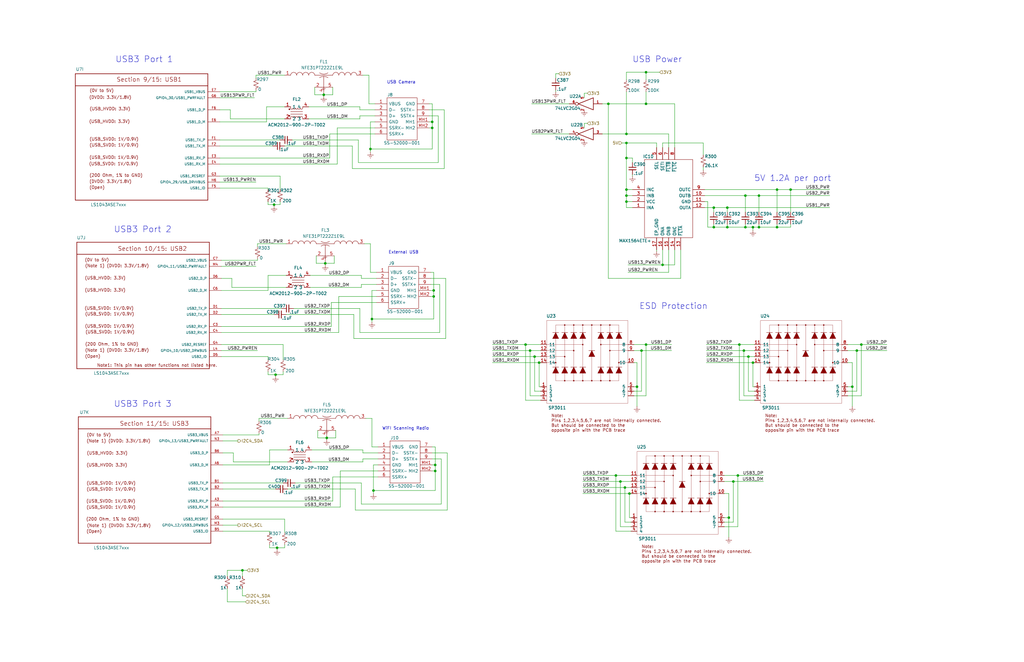
<source format=kicad_sch>
(kicad_sch (version 20200828) (generator eeschema)
  (page 12 12)
  (paper "USLedger")
  (title_block (title "AP2100-power-proto") (date "2020-10-06") (rev "1") (company "ISis ImageStream Internet Solutions, Inc."))
  (lib_symbols
    (symbol "ACM2012-900-2P-T002:ACM2012-900-2P-T002" (pin_names (offset 0.762))
      (property "Reference" "FL" (at 16.51 7.62 0))
      (property "Value" "ACM2012-900-2P-T002" (at 16.51 5.08 0))
      (symbol "ACM2012-900-2P-T002_1_1"
        (pin passive line (at -5.08 2.54 0) (length 2.54) (name "1") (number "1"))
        (pin passive line (at -5.08 -2.54 0) (length 2.54) (name "2") (number "2"))
        (pin passive line (at 5.08 -2.54 180) (length 2.54) (name "3") (number "3"))
        (pin passive line (at 5.08 2.54 180) (length 2.54) (name "4") (number "4"))
      )
    )
    (symbol "AP2100-rescue:GND-Scott" (power) (pin_names (offset 0))
      (property "Value" "GND-Scott" (at 0 -3.81 0))
      (symbol "GND-Scott_1_1"
        (pin power_in line (at 0 0 270) (length 0) hide (name "GND") (number "1"))
      )
    )
    (symbol "AP2100-rescue:LS1043ASE7KQB-Layerscape" (pin_names (offset 1.016))
      (property "Reference" "U" (at 0 0 0))
      (property "Value" "LS1043ASE7KQB-Layerscape" (at 0 2.54 0))
      (symbol "LS1043ASE7KQB-Layerscape_1_1"
        (text "Section 1/15 Digital Ground Pins" (at -18.796 88.1126 0) (effects (font (size 1.778 1.778)) (justify left bottom)))
        (pin power_in line (at -25.4 83.82 0) (length 5.08) (name "GND001") (number "A2"))
        (pin power_in line (at -25.4 78.74 0) (length 5.08) (name "GND003") (number "A24"))
        (pin power_in line (at -25.4 81.28 0) (length 5.08) (name "GND002") (number "A5"))
        (pin power_in line (at 25.4 -78.74 180) (length 5.08) (name "GND135") (number "AB2"))
        (pin power_in line (at 25.4 -81.28 180) (length 5.08) (name "GND136") (number "AB4"))
        (pin power_in line (at 25.4 -83.82 180) (length 5.08) (name "GND137") (number "AD1"))
        (pin power_in line (at 25.4 -86.36 180) (length 5.08) (name "GND138") (number "AD4"))
        (pin power_in line (at 25.4 -88.9 180) (length 5.08) (name "GND139") (number "AE2"))
        (pin power_in line (at -25.4 68.58 0) (length 5.08) (name "GND007") (number "B10"))
        (pin power_in line (at -25.4 66.04 0) (length 5.08) (name "GND008") (number "B13"))
        (pin power_in line (at -25.4 63.5 0) (length 5.08) (name "GND009") (number "B16"))
        (pin power_in line (at -25.4 60.96 0) (length 5.08) (name "GND010") (number "B19"))
        (pin power_in line (at -25.4 58.42 0) (length 5.08) (name "GND011") (number "B21"))
        (pin power_in line (at -25.4 55.88 0) (length 5.08) (name "GND012") (number "B25"))
        (pin power_in line (at -25.4 76.2 0) (length 5.08) (name "GND004") (number "B3"))
        (pin power_in line (at -25.4 73.66 0) (length 5.08) (name "GND005") (number "B4"))
        (pin power_in line (at -25.4 71.12 0) (length 5.08) (name "GND006") (number "B7"))
        (pin power_in line (at -25.4 53.34 0) (length 5.08) (name "GND013") (number "C1"))
        (pin power_in line (at -25.4 50.8 0) (length 5.08) (name "GND014") (number "C2"))
        (pin power_in line (at -25.4 45.72 0) (length 5.08) (name "GND016") (number "C23"))
        (pin power_in line (at -25.4 48.26 0) (length 5.08) (name "GND015") (number "C5"))
        (pin power_in line (at -25.4 33.02 0) (length 5.08) (name "GND021") (number "D12"))
        (pin power_in line (at -25.4 30.48 0) (length 5.08) (name "GND022") (number "D15"))
        (pin power_in line (at -25.4 27.94 0) (length 5.08) (name "GND023") (number "D18"))
        (pin power_in line (at -25.4 25.4 0) (length 5.08) (name "GND024") (number "D21"))
        (pin power_in line (at -25.4 43.18 0) (length 5.08) (name "GND017") (number "D3"))
        (pin power_in line (at -25.4 40.64 0) (length 5.08) (name "GND018") (number "D4"))
        (pin power_in line (at -25.4 38.1 0) (length 5.08) (name "GND019") (number "D7"))
        (pin power_in line (at -25.4 35.56 0) (length 5.08) (name "GND020") (number "D9"))
        (pin power_in line (at -25.4 22.86 0) (length 5.08) (name "GND025") (number "E1"))
        (pin power_in line (at -25.4 20.32 0) (length 5.08) (name "GND026") (number "E2"))
        (pin power_in line (at -25.4 15.24 0) (length 5.08) (name "GND028") (number "E22"))
        (pin power_in line (at -25.4 12.7 0) (length 5.08) (name "GND029") (number "E24"))
        (pin power_in line (at -25.4 17.78 0) (length 5.08) (name "GND027") (number "E5"))
        (pin power_in line (at -25.4 0 0) (length 5.08) (name "GND034") (number "F11"))
        (pin power_in line (at -25.4 -2.54 0) (length 5.08) (name "GND035") (number "F12"))
        (pin power_in line (at -25.4 -5.08 0) (length 5.08) (name "GND036") (number "F13"))
        (pin power_in line (at -25.4 -7.62 0) (length 5.08) (name "GND037") (number "F17"))
        (pin power_in line (at -25.4 -10.16 0) (length 5.08) (name "GND038") (number "F20"))
        (pin power_in line (at -25.4 10.16 0) (length 5.08) (name "GND030") (number "F3"))
        (pin power_in line (at -25.4 7.62 0) (length 5.08) (name "GND031") (number "F4"))
        (pin power_in line (at -25.4 5.08 0) (length 5.08) (name "GND032") (number "F7"))
        (pin power_in line (at -25.4 2.54 0) (length 5.08) (name "GND033") (number "F8"))
        (pin power_in line (at -25.4 -12.7 0) (length 5.08) (name "GND039") (number "G1"))
        (pin power_in line (at -25.4 -15.24 0) (length 5.08) (name "GND040") (number "G2"))
        (pin power_in line (at -25.4 -17.78 0) (length 5.08) (name "GND041") (number "G22"))
        (pin power_in line (at -25.4 -20.32 0) (length 5.08) (name "GND042") (number "G24"))
        (pin power_in line (at -25.4 -35.56 0) (length 5.08) (name "GND048") (number "H10"))
        (pin power_in line (at -25.4 -38.1 0) (length 5.08) (name "GND049") (number "H11"))
        (pin power_in line (at -25.4 -40.64 0) (length 5.08) (name "GND050") (number "H12"))
        (pin power_in line (at -25.4 -43.18 0) (length 5.08) (name "GND051") (number "H13"))
        (pin power_in line (at -25.4 -45.72 0) (length 5.08) (name "GND052") (number "H14"))
        (pin power_in line (at -25.4 -48.26 0) (length 5.08) (name "GND053") (number "H15"))
        (pin power_in line (at -25.4 -50.8 0) (length 5.08) (name "GND054") (number "H16"))
        (pin power_in line (at -25.4 -53.34 0) (length 5.08) (name "GND055") (number "H17"))
        (pin power_in line (at -25.4 -22.86 0) (length 5.08) (name "GND043") (number "H3"))
        (pin power_in line (at -25.4 -25.4 0) (length 5.08) (name "GND044") (number "H4"))
        (pin power_in line (at -25.4 -27.94 0) (length 5.08) (name "GND045") (number "H5"))
        (pin power_in line (at -25.4 -30.48 0) (length 5.08) (name "GND046") (number "H8"))
        (pin power_in line (at -25.4 -33.02 0) (length 5.08) (name "GND047") (number "H9"))
        (pin power_in line (at -25.4 -58.42 0) (length 5.08) (name "GND057") (number "J19"))
        (pin power_in line (at -25.4 -60.96 0) (length 5.08) (name "GND058") (number "J20"))
        (pin power_in line (at -25.4 -63.5 0) (length 5.08) (name "GND059") (number "J24"))
        (pin power_in line (at -25.4 -55.88 0) (length 5.08) (name "GND056") (number "J7"))
        (pin power_in line (at -25.4 -73.66 0) (length 5.08) (name "GND063") (number "K10"))
        (pin power_in line (at -25.4 -76.2 0) (length 5.08) (name "GND064") (number "K12"))
        (pin power_in line (at -25.4 -78.74 0) (length 5.08) (name "GND065") (number "K14"))
        (pin power_in line (at -25.4 -81.28 0) (length 5.08) (name "GND066") (number "K16"))
        (pin power_in line (at -25.4 -83.82 0) (length 5.08) (name "GND067") (number "K19"))
        (pin power_in line (at -25.4 -66.04 0) (length 5.08) (name "GND060") (number "K2"))
        (pin power_in line (at -25.4 -86.36 0) (length 5.08) (name "GND068") (number "K22"))
        (pin power_in line (at -25.4 -68.58 0) (length 5.08) (name "GND061") (number "K4"))
        (pin power_in line (at -25.4 -71.12 0) (length 5.08) (name "GND062") (number "K7"))
        (pin power_in line (at 25.4 83.82 180) (length 5.08) (name "GND071") (number "L11"))
        (pin power_in line (at 25.4 81.28 180) (length 5.08) (name "GND072") (number "L13"))
        (pin power_in line (at 25.4 78.74 180) (length 5.08) (name "GND073") (number "L15"))
        (pin power_in line (at 25.4 76.2 180) (length 5.08) (name "GND074") (number "L17"))
        (pin power_in line (at 25.4 73.66 180) (length 5.08) (name "GND075") (number "L19"))
        (pin power_in line (at 25.4 71.12 180) (length 5.08) (name "GND076") (number "L20"))
        (pin power_in line (at 25.4 68.58 180) (length 5.08) (name "GND077") (number "L24"))
        (pin power_in line (at -25.4 -88.9 0) (length 5.08) (name "GND069") (number "L7"))
        (pin power_in line (at 0 -99.06 90) (length 5.08) (name "GND070") (number "L9"))
        (pin power_in line (at 25.4 63.5 180) (length 5.08) (name "GND079") (number "M10"))
        (pin power_in line (at 25.4 60.96 180) (length 5.08) (name "GND080") (number "M12"))
        (pin power_in line (at 25.4 58.42 180) (length 5.08) (name "GND081") (number "M14"))
        (pin power_in line (at 25.4 55.88 180) (length 5.08) (name "GND082") (number "M16"))
        (pin power_in line (at 25.4 53.34 180) (length 5.08) (name "GND083") (number "M19"))
        (pin power_in line (at 25.4 50.8 180) (length 5.08) (name "GND084") (number "M22"))
        (pin power_in line (at 25.4 66.04 180) (length 5.08) (name "GND078") (number "M7"))
        (pin power_in line (at 25.4 38.1 180) (length 5.08) (name "GND089") (number "N11"))
        (pin power_in line (at 25.4 35.56 180) (length 5.08) (name "GND090") (number "N13"))
        (pin power_in line (at 25.4 33.02 180) (length 5.08) (name "GND091") (number "N15"))
        (pin power_in line (at 25.4 30.48 180) (length 5.08) (name "GND092") (number "N17"))
        (pin power_in line (at 25.4 27.94 180) (length 5.08) (name "GND093") (number "N19"))
        (pin power_in line (at 25.4 48.26 180) (length 5.08) (name "GND085") (number "N2"))
        (pin power_in line (at 25.4 25.4 180) (length 5.08) (name "GND094") (number "N20"))
        (pin power_in line (at 25.4 45.72 180) (length 5.08) (name "GND086") (number "N4"))
        (pin power_in line (at 25.4 43.18 180) (length 5.08) (name "GND087") (number "N6"))
        (pin power_in line (at 25.4 40.64 180) (length 5.08) (name "GND088") (number "N9"))
        (pin power_in line (at 25.4 17.78 180) (length 5.08) (name "GND097") (number "P10"))
        (pin power_in line (at 25.4 15.24 180) (length 5.08) (name "GND098") (number "P12"))
        (pin power_in line (at 25.4 12.7 180) (length 5.08) (name "GND099") (number "P14"))
        (pin power_in line (at 25.4 10.16 180) (length 5.08) (name "GND100") (number "P16"))
        (pin power_in line (at 25.4 7.62 180) (length 5.08) (name "GND101") (number "P19"))
        (pin power_in line (at 25.4 5.08 180) (length 5.08) (name "GND102") (number "P22"))
        (pin power_in line (at 25.4 2.54 180) (length 5.08) (name "GND103") (number "P24"))
        (pin power_in line (at 25.4 22.86 180) (length 5.08) (name "GND095") (number "P7"))
        (pin power_in line (at 25.4 20.32 180) (length 5.08) (name "GND096") (number "P8"))
        (pin power_in line (at 25.4 -2.54 180) (length 5.08) (name "GND105") (number "R11"))
        (pin power_in line (at 25.4 -5.08 180) (length 5.08) (name "GND106") (number "R13"))
        (pin power_in line (at 25.4 -7.62 180) (length 5.08) (name "GND107") (number "R15"))
        (pin power_in line (at 25.4 -10.16 180) (length 5.08) (name "GND108") (number "R17"))
        (pin power_in line (at 25.4 -12.7 180) (length 5.08) (name "GND109") (number "R19"))
        (pin power_in line (at 25.4 -15.24 180) (length 5.08) (name "GND110") (number "R25"))
        (pin power_in line (at 25.4 0 180) (length 5.08) (name "GND104") (number "R9"))
        (pin power_in line (at 25.4 -25.4 180) (length 5.08) (name "GND114") (number "T10"))
        (pin power_in line (at 25.4 -27.94 180) (length 5.08) (name "GND115") (number "T12"))
        (pin power_in line (at 25.4 -30.48 180) (length 5.08) (name "GND116") (number "T14"))
        (pin power_in line (at 25.4 -17.78 180) (length 5.08) (name "GND111") (number "T2"))
        (pin power_in line (at 25.4 -33.02 180) (length 5.08) (name "GND117") (number "T20"))
        (pin power_in line (at 25.4 -20.32 180) (length 5.08) (name "GND112") (number "T4"))
        (pin power_in line (at 25.4 -22.86 180) (length 5.08) (name "GND113") (number "T8"))
        (pin power_in line (at 25.4 -40.64 180) (length 5.08) (name "GND120") (number "U11"))
        (pin power_in line (at 25.4 -43.18 180) (length 5.08) (name "GND121") (number "U20"))
        (pin power_in line (at 25.4 -35.56 180) (length 5.08) (name "GND118") (number "U6"))
        (pin power_in line (at 25.4 -38.1 180) (length 5.08) (name "GND119") (number "U9"))
        (pin power_in line (at 25.4 -53.34 180) (length 5.08) (name "GND125") (number "V10"))
        (pin power_in line (at 25.4 -55.88 180) (length 5.08) (name "GND126") (number "V11"))
        (pin power_in line (at 25.4 -58.42 180) (length 5.08) (name "GND127") (number "V12"))
        (pin power_in line (at 25.4 -60.96 180) (length 5.08) (name "GND128") (number "V13"))
        (pin power_in line (at 25.4 -63.5 180) (length 5.08) (name "GND129") (number "V14"))
        (pin power_in line (at 25.4 -45.72 180) (length 5.08) (name "GND122") (number "V2"))
        (pin power_in line (at 25.4 -66.04 180) (length 5.08) (name "GND130") (number "V20"))
        (pin power_in line (at 25.4 -48.26 180) (length 5.08) (name "GND123") (number "V8"))
        (pin power_in line (at 25.4 -50.8 180) (length 5.08) (name "GND124") (number "V9"))
        (pin power_in line (at 25.4 -71.12 180) (length 5.08) (name "GND132") (number "W20"))
        (pin power_in line (at 25.4 -68.58 180) (length 5.08) (name "GND131") (number "W4"))
        (pin power_in line (at 25.4 -73.66 180) (length 5.08) (name "GND133") (number "Y2"))
        (pin power_in line (at 25.4 -76.2 180) (length 5.08) (name "GND134") (number "Y20"))
      )
      (symbol "LS1043ASE7KQB-Layerscape_2_1"
        (text "Section 2/15 SerDes Ground Pins" (at -18.542 25.2984 0) (effects (font (size 1.778 1.778)) (justify left bottom)))
        (pin power_in line (at -43.18 -21.59 0) (length 5.08) (name "SD_GND18") (number "AA13"))
        (pin power_in line (at -43.18 -24.13 0) (length 5.08) (name "SD_GND19") (number "AA16"))
        (pin power_in line (at 0 -34.29 90) (length 5.08) (name "SD_GND20") (number "AA19"))
        (pin power_in line (at 43.18 21.59 180) (length 5.08) (name "SD_GND21") (number "AB13"))
        (pin power_in line (at 43.18 19.05 180) (length 5.08) (name "SD_GND22") (number "AB16"))
        (pin power_in line (at 43.18 16.51 180) (length 5.08) (name "SD_GND23") (number "AB19"))
        (pin power_in line (at 43.18 13.97 180) (length 5.08) (name "SD_GND24") (number "AC13"))
        (pin power_in line (at 43.18 11.43 180) (length 5.08) (name "SD_GND25") (number "AC14"))
        (pin power_in line (at 43.18 8.89 180) (length 5.08) (name "SD_GND26") (number "AC15"))
        (pin power_in line (at 43.18 6.35 180) (length 5.08) (name "SD_GND27") (number "AC16"))
        (pin power_in line (at 43.18 3.81 180) (length 5.08) (name "SD_GND28") (number "AC17"))
        (pin power_in line (at 43.18 1.27 180) (length 5.08) (name "SD_GND29") (number "AC18"))
        (pin power_in line (at 43.18 -1.27 180) (length 5.08) (name "SD_GND30") (number "AC19"))
        (pin power_in line (at 43.18 -3.81 180) (length 5.08) (name "SD_GND31") (number "AC20"))
        (pin power_in line (at 43.18 -6.35 180) (length 5.08) (name "SD_GND32") (number "AD13"))
        (pin power_in line (at 43.18 -8.89 180) (length 5.08) (name "SD_GND33") (number "AD16"))
        (pin power_in line (at 43.18 -11.43 180) (length 5.08) (name "SD_GND34") (number "AD19"))
        (pin power_in line (at 43.18 -13.97 180) (length 5.08) (name "SD_GND35") (number "AD21"))
        (pin power_in line (at 43.18 -16.51 180) (length 5.08) (name "SD_GND36") (number "AE13"))
        (pin power_in line (at 43.18 -19.05 180) (length 5.08) (name "SD_GND37") (number "AE16"))
        (pin power_in line (at 43.18 -21.59 180) (length 5.08) (name "SD_GND38") (number "AE19"))
        (pin power_in line (at 43.18 -24.13 180) (length 5.08) (name "SD_GND39") (number "AE21"))
        (pin power_in line (at -43.18 21.59 0) (length 5.08) (name "SD_GND01") (number "U15"))
        (pin power_in line (at -43.18 19.05 0) (length 5.08) (name "SD_GND02") (number "U16"))
        (pin power_in line (at -43.18 16.51 0) (length 5.08) (name "SD_GND03") (number "U17"))
        (pin power_in line (at -43.18 13.97 0) (length 5.08) (name "SD_GND04") (number "U18"))
        (pin power_in line (at -43.18 11.43 0) (length 5.08) (name "SD_GND05") (number "U19"))
        (pin power_in line (at -43.18 6.35 0) (length 5.08) (name "SD_GND07") (number "W11"))
        (pin power_in line (at -43.18 8.89 0) (length 5.08) (name "SD_GND06") (number "W8"))
        (pin power_in line (at -43.18 -1.27 0) (length 5.08) (name "SD_GND10") (number "Y10"))
        (pin power_in line (at -43.18 -3.81 0) (length 5.08) (name "SD_GND11") (number "Y11"))
        (pin power_in line (at -43.18 -6.35 0) (length 5.08) (name "SD_GND12") (number "Y12"))
        (pin power_in line (at -43.18 -8.89 0) (length 5.08) (name "SD_GND13") (number "Y14"))
        (pin power_in line (at -43.18 -11.43 0) (length 5.08) (name "SD_GND14") (number "Y15"))
        (pin power_in line (at -43.18 -13.97 0) (length 5.08) (name "SD_GND15") (number "Y16"))
        (pin power_in line (at -43.18 -16.51 0) (length 5.08) (name "SD_GND16") (number "Y17"))
        (pin power_in line (at -43.18 -19.05 0) (length 5.08) (name "SD_GND17") (number "Y18"))
        (pin power_in line (at -43.18 3.81 0) (length 5.08) (name "SD_GND08") (number "Y8"))
        (pin power_in line (at -43.18 1.27 0) (length 5.08) (name "SD_GND09") (number "Y9"))
      )
      (symbol "LS1043ASE7KQB-Layerscape_3_1"
        (text "(1.35V)" (at 11.9888 -26.543 0) (effects (font (size 1.27 1.27)) (justify left bottom)))
        (text "(1.8V)" (at -15.5702 -54.2036 0) (effects (font (size 1.27 1.27)) (justify left bottom)))
        (text "(1V/0.9V)" (at -15.5194 62.738 0) (effects (font (size 1.27 1.27)) (justify left bottom)))
        (text "(1V/0.9V)" (at 12.2936 62.6872 0) (effects (font (size 1.27 1.27)) (justify left bottom)))
        (text "(2.5V/1.8V/1.2V)" (at 6.985 -67.183 0) (effects (font (size 1.27 1.27)) (justify left bottom)))
        (text "(3.3V)" (at 9.5504 -56.9722 0) (effects (font (size 1.27 1.27)) (justify left bottom)))
        (text "(Power Sense Pins)" (at 6.5532 -75.184 0) (effects (font (size 1.27 1.27)) (justify left bottom)))
        (text "(Pull-down/1V/0.9V)" (at 4.7752 -8.4582 0) (effects (font (size 1.27 1.27)) (justify left bottom)))
        (text "Section 3/15 Power Pins" (at -10.8204 69.596 0) (effects (font (size 1.778 1.778)) (justify left bottom)))
        (pin power_in line (at -22.86 -58.42 0) (length 5.08) (name "AVDD_CGA2") (number "G11"))
        (pin power_in line (at -22.86 -55.88 0) (length 5.08) (name "AVDD_CGA1") (number "G12"))
        (pin power_in line (at -22.86 -66.04 0) (length 5.08) (name "AVDD_PLAT") (number "G13"))
        (pin power_in line (at -22.86 -48.26 0) (length 5.08) (name "TA_BB_VDD") (number "H20"))
        (pin power_in line (at -22.86 -27.94 0) (length 5.08) (name "USB_SVDD1") (number "J10"))
        (pin power_in line (at -22.86 -30.48 0) (length 5.08) (name "USB_SVDD2") (number "J11"))
        (pin power_in line (at 27.94 -60.96 180) (length 5.08) (name "USB_HVDD1") (number "J8"))
        (pin power_in line (at 27.94 -58.42 180) (length 5.08) (name "USB_HVDD2") (number "J9"))
        (pin power_in line (at -22.86 -43.18 0) (length 5.08) (name "USB_SDVDD2") (number "K11"))
        (pin power_in line (at -22.86 60.96 0) (length 5.08) (name "VDD01") (number "K13"))
        (pin power_in line (at -22.86 55.88 0) (length 5.08) (name "VDD02") (number "K15"))
        (pin power_in line (at -22.86 50.8 0) (length 5.08) (name "VDD03") (number "K17"))
        (pin power_in line (at -22.86 -40.64 0) (length 5.08) (name "USB_SDVDD1") (number "K9"))
        (pin power_in line (at -22.86 45.72 0) (length 5.08) (name "VDD04") (number "L10"))
        (pin power_in line (at -22.86 40.64 0) (length 5.08) (name "VDD05") (number "L12"))
        (pin power_in line (at -22.86 35.56 0) (length 5.08) (name "VDD06") (number "L14"))
        (pin power_in line (at -22.86 30.48 0) (length 5.08) (name "VDD07") (number "L16"))
        (pin power_in line (at -22.86 25.4 0) (length 5.08) (name "VDD09") (number "M11"))
        (pin power_in line (at -22.86 22.86 0) (length 5.08) (name "VDD10") (number "M13"))
        (pin power_in line (at -22.86 20.32 0) (length 5.08) (name "VDD11") (number "M15"))
        (pin power_in line (at -22.86 15.24 0) (length 5.08) (name "VDD12") (number "M17"))
        (pin power_in line (at -22.86 27.94 0) (length 5.08) (name "VDD08") (number "M9"))
        (pin power_in line (at -22.86 5.08 0) (length 5.08) (name "VDD14") (number "N10"))
        (pin power_in line (at -22.86 0 0) (length 5.08) (name "VDD15") (number "N12"))
        (pin power_in line (at -22.86 -5.08 0) (length 5.08) (name "VDD16") (number "N14"))
        (pin power_in line (at 27.94 2.54 180) (length 5.08) (name "VDD17") (number "N16"))
        (pin power_in line (at -22.86 10.16 0) (length 5.08) (name "VDD13") (number "N8"))
        (pin power_in line (at 27.94 5.08 180) (length 5.08) (name "VDD19") (number "P11"))
        (pin power_in line (at 27.94 7.62 180) (length 5.08) (name "VDD20") (number "P13"))
        (pin power_in line (at 27.94 10.16 180) (length 5.08) (name "VDD21") (number "P15"))
        (pin power_in line (at 27.94 15.24 180) (length 5.08) (name "VDD22") (number "P17"))
        (pin power_in line (at 27.94 0 180) (length 5.08) (name "VDD18") (number "P9"))
        (pin power_in line (at 27.94 22.86 180) (length 5.08) (name "VDD24") (number "R10"))
        (pin power_in line (at 27.94 27.94 180) (length 5.08) (name "VDD25") (number "R12"))
        (pin power_in line (at 27.94 30.48 180) (length 5.08) (name "VDD26") (number "R14"))
        (pin power_in line (at 27.94 33.02 180) (length 5.08) (name "VDD27") (number "R16"))
        (pin power_in line (at 27.94 38.1 180) (length 5.08) (name "VDD28") (number "R18"))
        (pin power_in line (at 27.94 -10.16 180) (length 5.08) (name "FA_VL") (number "R7"))
        (pin power_in line (at 27.94 17.78 180) (length 5.08) (name "VDD23") (number "R8"))
        (pin power_in line (at 27.94 45.72 180) (length 5.08) (name "VDD30") (number "T11"))
        (pin power_in line (at 27.94 50.8 180) (length 5.08) (name "VDD31") (number "T13"))
        (pin power_in line (at -22.86 -12.7 0) (length 5.08) (name "S1VDD1") (number "T15"))
        (pin power_in line (at -22.86 -15.24 0) (length 5.08) (name "S1VDD2") (number "T16"))
        (pin power_in line (at -22.86 -17.78 0) (length 5.08) (name "S1VDD3") (number "T17"))
        (pin power_in line (at -22.86 -20.32 0) (length 5.08) (name "S1VDD4") (number "T18"))
        (pin power_in line (at -22.86 -71.12 0) (length 5.08) (name "AVDD_D1") (number "T19"))
        (pin power_in line (at 27.94 43.18 180) (length 5.08) (name "VDD29") (number "T9"))
        (pin power_in line (at 27.94 60.96 180) (length 5.08) (name "VDD33") (number "U10"))
        (pin power_in line (at 27.94 55.88 180) (length 5.08) (name "VDD32") (number "U8"))
        (pin power_in line (at 27.94 -48.26 180) (length 5.08) (name "AVDD_SD1_PLL2") (number "V19"))
        (pin power_in line (at 27.94 -68.58 180) (length 5.08) (name "TVDD") (number "V6"))
        (pin power_in line (at 27.94 -78.74 180) (length 5.08) (name "SENSEGND") (number "V7"))
        (pin power_in line (at 27.94 -43.18 180) (length 5.08) (name "AVDD_SD1_PLL1") (number "W12"))
        (pin power_in line (at -22.86 -22.86 0) (length 5.08) (name "S1VDD5") (number "W14"))
        (pin power_in line (at 27.94 -27.94 180) (length 5.08) (name "X1VDD1") (number "W15"))
        (pin power_in line (at 27.94 -30.48 180) (length 5.08) (name "X1VDD2") (number "W16"))
        (pin power_in line (at 27.94 -33.02 180) (length 5.08) (name "X1VDD3") (number "W17"))
        (pin power_in line (at 27.94 -35.56 180) (length 5.08) (name "X1VDD4") (number "W18"))
        (pin power_in line (at 27.94 -76.2 180) (length 5.08) (name "SENSEVDD") (number "W7"))
        (pin power_in line (at 27.94 -38.1 180) (length 5.08) (name "X1VDD5") (number "Y19"))
      )
      (symbol "LS1043ASE7KQB-Layerscape_4_1"
        (text "Section 4/15: Power Pins" (at -12.6492 61.468 0) (effects (font (size 1.778 1.778)) (justify left bottom)))
        (pin power_in line (at -29.21 -31.75 0) (length 5.08) (name "G1VDD18") (number "AA20"))
        (pin power_in line (at -29.21 -36.83 0) (length 5.08) (name "G1VDD19") (number "AB22"))
        (pin power_in line (at -29.21 -41.91 0) (length 5.08) (name "G1VDD20") (number "AB24"))
        (pin power_in line (at -29.21 -46.99 0) (length 5.08) (name "G1VDD21") (number "AD22"))
        (pin power_in line (at -29.21 -52.07 0) (length 5.08) (name "G1VDD22") (number "AD25"))
        (pin power_in line (at -29.21 -57.15 0) (length 5.08) (name "G1VDD23") (number "AE24"))
        (pin bidirectional line (at 31.75 -3.81 180) (length 5.08) (name "TA_PROG_SEP") (number "F14"))
        (pin bidirectional line (at 31.75 6.35 180) (length 5.08) (name "PROG_MTR") (number "G14"))
        (pin power_in line (at 31.75 54.61 180) (length 5.08) (name "OVDD1") (number "J12"))
        (pin power_in line (at 31.75 49.53 180) (length 5.08) (name "OVDD2") (number "J13"))
        (pin power_in line (at 31.75 44.45 180) (length 5.08) (name "OVDD3") (number "J14"))
        (pin power_in line (at 31.75 39.37 180) (length 5.08) (name "OVDD4") (number "J15"))
        (pin power_in line (at 31.75 34.29 180) (length 5.08) (name "OVDD5") (number "J16"))
        (pin power_in line (at 31.75 29.21 180) (length 5.08) (name "OVDD6") (number "J17"))
        (pin power_in line (at -29.21 54.61 0) (length 5.08) (name "G1VDD01") (number "J18"))
        (pin power_in line (at -29.21 49.53 0) (length 5.08) (name "G1VDD02") (number "K18"))
        (pin power_in line (at -29.21 44.45 0) (length 5.08) (name "G1VDD03") (number "K20"))
        (pin power_in line (at 31.75 -24.13 180) (length 5.08) (name "DVDD1") (number "K8"))
        (pin power_in line (at -29.21 39.37 0) (length 5.08) (name "G1VDD04") (number "L18"))
        (pin power_in line (at 31.75 -26.67 180) (length 5.08) (name "DVVD2") (number "L8"))
        (pin power_in line (at -29.21 34.29 0) (length 5.08) (name "G1VDD05") (number "M18"))
        (pin power_in line (at -29.21 29.21 0) (length 5.08) (name "G1VDD06") (number "M20"))
        (pin power_in line (at 31.75 -36.83 180) (length 5.08) (name "EVDD") (number "M8"))
        (pin power_in line (at -29.21 24.13 0) (length 5.08) (name "G1VDD07") (number "N18"))
        (pin power_in line (at 31.75 24.13 180) (length 5.08) (name "0VDD7") (number "N7"))
        (pin power_in line (at -29.21 19.05 0) (length 5.08) (name "G1VDD08") (number "P18"))
        (pin power_in line (at -29.21 13.97 0) (length 5.08) (name "G1VDD09") (number "P20"))
        (pin power_in line (at -29.21 8.89 0) (length 5.08) (name "G1VDD10") (number "R21"))
        (pin power_in line (at -29.21 3.81 0) (length 5.08) (name "G1VDD11") (number "R23"))
        (pin power_in line (at -29.21 -1.27 0) (length 5.08) (name "G1VDD12") (number "T22"))
        (pin power_in line (at -29.21 -6.35 0) (length 5.08) (name "G1VDD13") (number "T24"))
        (pin power_in line (at 31.75 16.51 180) (length 5.08) (name "TH_VDD") (number "T6"))
        (pin power_in line (at 31.75 -57.15 180) (length 5.08) (name "LVDD1") (number "U12"))
        (pin power_in line (at 31.75 -52.07 180) (length 5.08) (name "LVDD2") (number "U13"))
        (pin power_in line (at 31.75 -46.99 180) (length 5.08) (name "LVDD3") (number "U14"))
        (pin power_in line (at -29.21 -11.43 0) (length 5.08) (name "G1VDD14") (number "V22"))
        (pin power_in line (at -29.21 -16.51 0) (length 5.08) (name "G1VDD15") (number "V24"))
        (pin power_in line (at -29.21 -21.59 0) (length 5.08) (name "G1VDD16") (number "Y22"))
        (pin power_in line (at -29.21 -26.67 0) (length 5.08) (name "G1VDD17") (number "Y24"))
      )
      (symbol "LS1043ASE7KQB-Layerscape_5_1"
        (text "(Analog)" (at -36.9316 -29.8704 0) (effects (font (size 1.27 1.27)) (justify left bottom)))
        (text "(Analog)" (at 16.002 -4.4958 0) (effects (font (size 1.27 1.27)) (justify left bottom)))
        (text "(Analog)" (at 16.129 -7.0104 0) (effects (font (size 1.27 1.27)) (justify left bottom)))
        (text "(DVDD: 2.5V/1.8V)" (at 15.9004 -14.6812 0) (effects (font (size 1.27 1.27)) (justify left bottom)))
        (text "(DVDD: 2.5V/1.8V)" (at 16.2052 -17.1958 0) (effects (font (size 1.27 1.27)) (justify left bottom)))
        (text "(DVDD: 3.3V/1.8V)" (at -37.5412 26.0858 0) (effects (font (size 1.27 1.27)) (justify left bottom)))
        (text "(DVDD: 3.3V/1.8V)" (at -37.5158 15.9004 0) (effects (font (size 1.27 1.27)) (justify left bottom)))
        (text "(DVDD: 3.3V/1.8V)" (at -37.3634 13.335 0) (effects (font (size 1.27 1.27)) (justify left bottom)))
        (text "(DVDD: 3.3V/1.8V)" (at -37.3634 28.6258 0) (effects (font (size 1.27 1.27)) (justify left bottom)))
        (text "(DVDD: 3.3V/1.8V)" (at -37.338 18.4404 0) (effects (font (size 1.27 1.27)) (justify left bottom)))
        (text "(DVDD: 3.3V/1.8V)" (at -37.2618 31.1658 0) (effects (font (size 1.27 1.27)) (justify left bottom)))
        (text "(DVDD: 3.3V/1.8V)" (at -37.1348 23.5204 0) (effects (font (size 1.27 1.27)) (justify left bottom)))
        (text "(DVDD: 3.3V/1.8V)" (at -37.0332 20.955 0) (effects (font (size 1.27 1.27)) (justify left bottom)))
        (text "(DVDD: 3.3V/1.8V)" (at 16.0782 41.3512 0) (effects (font (size 1.27 1.27)) (justify left bottom)))
        (text "(DVDD: 3.3V/1.8V)" (at 16.1036 15.9004 0) (effects (font (size 1.27 1.27)) (justify left bottom)))
        (text "(DVDD: 3.3V/1.8V)" (at 16.1036 28.6258 0) (effects (font (size 1.27 1.27)) (justify left bottom)))
        (text "(DVDD: 3.3V/1.8V)" (at 16.1798 20.9804 0) (effects (font (size 1.27 1.27)) (justify left bottom)))
        (text "(DVDD: 3.3V/1.8V)" (at 16.1798 33.7058 0) (effects (font (size 1.27 1.27)) (justify left bottom)))
        (text "(DVDD: 3.3V/1.8V)" (at 16.2052 13.335 0) (effects (font (size 1.27 1.27)) (justify left bottom)))
        (text "(DVDD: 3.3V/1.8V)" (at 16.2052 23.5204 0) (effects (font (size 1.27 1.27)) (justify left bottom)))
        (text "(DVDD: 3.3V/1.8V)" (at 16.2052 36.2458 0) (effects (font (size 1.27 1.27)) (justify left bottom)))
        (text "(DVDD: 3.3V/1.8V)" (at 16.2306 26.0604 0) (effects (font (size 1.27 1.27)) (justify left bottom)))
        (text "(DVDD: 3.3V/1.8V)" (at 16.383 38.7604 0) (effects (font (size 1.27 1.27)) (justify left bottom)))
        (text "(LVDD: 2.5V/1.8V)" (at -37.5158 33.7312 0) (effects (font (size 1.27 1.27)) (justify left bottom)))
        (text "(Note 1)" (at -19.1262 15.9004 0) (effects (font (size 1.27 1.27)) (justify left bottom)))
        (text "(Note 1)" (at -19.1262 31.1912 0) (effects (font (size 1.27 1.27)) (justify left bottom)))
        (text "(Note 1)" (at -18.9484 20.9804 0) (effects (font (size 1.27 1.27)) (justify left bottom)))
        (text "(Note 1)" (at -18.8976 26.0858 0) (effects (font (size 1.27 1.27)) (justify left bottom)))
        (text "(Note 1)" (at -18.8722 13.335 0) (effects (font (size 1.27 1.27)) (justify left bottom)))
        (text "(Note 1)" (at -18.796 18.4404 0) (effects (font (size 1.27 1.27)) (justify left bottom)))
        (text "(Note 1)" (at -18.7706 28.6004 0) (effects (font (size 1.27 1.27)) (justify left bottom)))
        (text "(Note 1)" (at -18.542 23.495 0) (effects (font (size 1.27 1.27)) (justify left bottom)))
        (text "(Note 1)" (at 3.8608 28.6258 0) (effects (font (size 1.27 1.27)) (justify left bottom)))
        (text "(Note 1)" (at 3.8608 36.2712 0) (effects (font (size 1.27 1.27)) (justify left bottom)))
        (text "(Note 1)" (at 3.8862 26.0858 0) (effects (font (size 1.27 1.27)) (justify left bottom)))
        (text "(Note 1)" (at 4.0132 23.5204 0) (effects (font (size 1.27 1.27)) (justify left bottom)))
        (text "(Note 1)" (at 4.064 41.3512 0) (effects (font (size 1.27 1.27)) (justify left bottom)))
        (text "(Note 1)" (at 4.0894 33.7058 0) (effects (font (size 1.27 1.27)) (justify left bottom)))
        (text "(Note 1)" (at 4.1148 38.7858 0) (effects (font (size 1.27 1.27)) (justify left bottom)))
        (text "(Note 1)" (at 4.3688 20.955 0) (effects (font (size 1.27 1.27)) (justify left bottom)))
        (text "(Note 1)" (at 6.5786 -14.6558 0) (effects (font (size 1.27 1.27)) (justify left bottom)))
        (text "(Note 1)" (at 6.858 -17.1704 0) (effects (font (size 1.27 1.27)) (justify left bottom)))
        (text "(OVDD: 1.8V)" (at -37.6174 -12.1412 0) (effects (font (size 1.27 1.27)) (justify left bottom)))
        (text "(OVDD: 1.8V)" (at -37.4904 -35.052 0) (effects (font (size 1.27 1.27)) (justify left bottom)))
        (text "(OVDD: 1.8V)" (at -37.465 -22.3012 0) (effects (font (size 1.27 1.27)) (justify left bottom)))
        (text "(OVDD: 1.8V)" (at -37.465 36.2712 0) (effects (font (size 1.27 1.27)) (justify left bottom)))
        (text "(OVDD: 1.8V)" (at -37.465 38.8112 0) (effects (font (size 1.27 1.27)) (justify left bottom)))
        (text "(OVDD: 1.8V)" (at -37.4396 -14.6558 0) (effects (font (size 1.27 1.27)) (justify left bottom)))
        (text "(OVDD: 1.8V)" (at -37.3888 -42.672 0) (effects (font (size 1.27 1.27)) (justify left bottom)))
        (text "(OVDD: 1.8V)" (at -37.3888 8.255 0) (effects (font (size 1.27 1.27)) (justify left bottom)))
        (text "(OVDD: 1.8V)" (at -37.3634 -45.212 0) (effects (font (size 1.27 1.27)) (justify left bottom)))
        (text "(OVDD: 1.8V)" (at -37.338 -4.4704 0) (effects (font (size 1.27 1.27)) (justify left bottom)))
        (text "(OVDD: 1.8V)" (at -37.3126 -47.752 0) (effects (font (size 1.27 1.27)) (justify left bottom)))
        (text "(OVDD: 1.8V)" (at -37.3126 41.3512 0) (effects (font (size 1.27 1.27)) (justify left bottom)))
        (text "(OVDD: 1.8V)" (at -37.211 -40.0812 0) (effects (font (size 1.27 1.27)) (justify left bottom)))
        (text "(OVDD: 1.8V)" (at -37.211 -7.0104 0) (effects (font (size 1.27 1.27)) (justify left bottom)))
        (text "(OVDD: 1.8V)" (at -37.1602 -19.7358 0) (effects (font (size 1.27 1.27)) (justify left bottom)))
        (text "(OVDD: 1.8V)" (at -37.1348 -1.9304 0) (effects (font (size 1.27 1.27)) (justify left bottom)))
        (text "(OVDD: 1.8V)" (at -37.1094 -27.3558 0) (effects (font (size 1.27 1.27)) (justify left bottom)))
        (text "(OVDD: 1.8V)" (at -37.0332 -50.2158 0) (effects (font (size 1.27 1.27)) (justify left bottom)))
        (text "(OVDD: 1.8V)" (at 10.9982 8.255 0) (effects (font (size 1.27 1.27)) (justify left bottom)))
        (text "(OVDD: 1.8V)" (at 16.0274 -22.3012 0) (effects (font (size 1.27 1.27)) (justify left bottom)))
        (text "(OVDD: 1.8V)" (at 16.0782 -35.0266 0) (effects (font (size 1.27 1.27)) (justify left bottom)))
        (text "(OVDD: 1.8V)" (at 16.1036 -40.132 0) (effects (font (size 1.27 1.27)) (justify left bottom)))
        (text "(OVDD: 1.8V)" (at 16.129 -32.4866 0) (effects (font (size 1.27 1.27)) (justify left bottom)))
        (text "(OVDD: 1.8V)" (at 16.129 -24.8412 0) (effects (font (size 1.27 1.27)) (justify left bottom)))
        (text "(OVDD: 1.8V)" (at 16.1544 0.6096 0) (effects (font (size 1.27 1.27)) (justify left bottom)))
        (text "(OVDD: 1.8V)" (at 16.2052 -42.6212 0) (effects (font (size 1.27 1.27)) (justify left bottom)))
        (text "(OVDD: 1.8V)" (at 16.2052 3.175 0) (effects (font (size 1.27 1.27)) (justify left bottom)))
        (text "(OVDD: 1.8V)" (at 16.256 -27.3558 0) (effects (font (size 1.27 1.27)) (justify left bottom)))
        (text "(OVDD: 1.8V)" (at 16.2814 -29.8958 0) (effects (font (size 1.27 1.27)) (justify left bottom)))
        (text "(OVDD: 1.8V)" (at 16.3068 -45.1612 0) (effects (font (size 1.27 1.27)) (justify left bottom)))
        (text "(Reserved, Analog)" (at 16.2306 -50.2666 0) (effects (font (size 1.27 1.27)) (justify left bottom)))
        (text "(Reserved, Analog)" (at 16.3576 -47.6758 0) (effects (font (size 1.27 1.27)) (justify left bottom)))
        (text "(TA_BB_VDD: 0.9V/1V)" (at -37.3634 5.715 0) (effects (font (size 1.27 1.27)) (justify left bottom)))
        (text "(TA_BB_VDD: 0.9V/1V)" (at -37.3126 3.175 0) (effects (font (size 1.27 1.27)) (justify left bottom)))
        (text "Note1: This pin has other functions not listed here." (at -26.67 -54.1528 0) (effects (font (size 1.27 1.27)) (justify left bottom)))
        (text "Section 5/15: JTAG, UARTs, Interrupts and Miscellaneous Functions" (at -45.6692 45.8216 0) (effects (font (size 1.778 1.778)) (justify left bottom)))
        (pin bidirectional line (at 67.31 -41.91 180) (length 5.08) (name "~SCAN_MODE~") (number "A21"))
        (pin bidirectional line (at 67.31 3.81 180) (length 5.08) (name "~TBSCAN_EN~") (number "C21"))
        (pin bidirectional line (at 67.31 -21.59 180) (length 5.08) (name "~EVT0~") (number "E10"))
        (pin bidirectional line (at 67.31 -31.75 180) (length 5.08) (name "~EVT4~") (number "E11"))
        (pin bidirectional line (at 67.31 -29.21 180) (length 5.08) (name "~EVT3~") (number "E12"))
        (pin bidirectional line (at 67.31 -24.13 180) (length 5.08) (name "~EVT1~") (number "E13"))
        (pin bidirectional line (at -64.77 -44.45 0) (length 5.08) (name "TCK") (number "E18"))
        (pin bidirectional line (at -64.77 -49.53 0) (length 5.08) (name "~TRST~") (number "E19"))
        (pin bidirectional line (at -64.77 -41.91 0) (length 5.08) (name "TDO") (number "E20"))
        (pin bidirectional line (at 67.31 1.27 180) (length 5.08) (name "~TEST_SEL~") (number "E21"))
        (pin bidirectional line (at 67.31 -26.67 180) (length 5.08) (name "~EVT2~") (number "E8"))
        (pin output line (at 67.31 8.89 180) (length 5.08) (name "ASLEEP/GPIO1_13/CFG_SOIC_USE") (number "E9"))
        (pin input line (at -64.77 -6.35 0) (length 5.08) (name "~PORESET~") (number "F10"))
        (pin bidirectional line (at -64.77 41.91 0) (length 5.08) (name "IRQ00") (number "F15"))
        (pin bidirectional line (at -64.77 -34.29 0) (length 5.08) (name "RTC/GPIO1_14") (number "F16"))
        (pin bidirectional line (at -64.77 -46.99 0) (length 5.08) (name "TMS") (number "F18"))
        (pin bidirectional line (at -64.77 -13.97 0) (length 5.08) (name "DDRCLK") (number "F19"))
        (pin bidirectional line (at 67.31 -44.45 180) (length 5.08) (name "JTAG_BSR_VSEL") (number "F21"))
        (pin input line (at -64.77 -11.43 0) (length 5.08) (name "SYSCLK") (number "F9"))
        (pin bidirectional line (at -64.77 -3.81 0) (length 5.08) (name "~HRESET~") (number "G10"))
        (pin bidirectional line (at -64.77 39.37 0) (length 5.08) (name "IRQ01") (number "G15"))
        (pin bidirectional line (at -64.77 8.89 0) (length 5.08) (name "~TA_TMP_DETECT~") (number "G16"))
        (pin bidirectional line (at -64.77 -26.67 0) (length 5.08) (name "CLK_OUT") (number "G17"))
        (pin bidirectional line (at -64.77 -39.37 0) (length 5.08) (name "TDI") (number "G18"))
        (pin bidirectional line (at -64.77 6.35 0) (length 5.08) (name "~TA_BB_TMP_DETECT~") (number "G19"))
        (pin bidirectional line (at -64.77 3.81 0) (length 5.08) (name "TA_BB_RTC") (number "G20"))
        (pin output line (at -64.77 -1.27 0) (length 5.08) (name "~RESET_REQ~") (number "G7"))
        (pin bidirectional line (at -64.77 -19.05 0) (length 5.08) (name "DIFF_SYSCLK") (number "G8"))
        (pin bidirectional line (at -64.77 -21.59 0) (length 5.08) (name "~DIFF_SYSCLK~") (number "G9"))
        (pin output line (at 67.31 39.37 180) (length 5.08) (name "GPIO1_15/UART1_SOUT") (number "H1"))
        (pin bidirectional line (at 67.31 -39.37 180) (length 5.08) (name "~CKSTP_OUT~") (number "H18"))
        (pin input line (at 67.31 41.91 180) (length 5.08) (name "GPIO1_17/UART1_SIN") (number "H2"))
        (pin bidirectional line (at 67.31 -34.29 180) (length 5.08) (name "~EVT9~") (number "H7"))
        (pin input line (at 67.31 36.83 180) (length 5.08) (name "GPIO1_21/!UART1_CTS") (number "J1"))
        (pin bidirectional line (at 67.31 34.29 180) (length 5.08) (name "GPIO1_19/!UART1_RTS") (number "J2"))
        (pin input line (at -64.77 31.75 0) (length 5.08) (name "IRQ03/GPIO1_23") (number "J3"))
        (pin input line (at -64.77 29.21 0) (length 5.08) (name "IRQ04/GPIO1_24") (number "J4"))
        (pin input line (at -64.77 26.67 0) (length 5.08) (name "IRQ05/GPIO1_25") (number "J5"))
        (pin input line (at -64.77 36.83 0) (length 5.08) (name "IRQ02") (number "J6"))
        (pin input line (at 67.31 29.21 180) (length 5.08) (name "GPIO1_18/UART2_SIN") (number "K1"))
        (pin bidirectional line (at 67.31 -13.97 180) (length 5.08) (name "GPIO4_02/IIC2_SCL") (number "K3"))
        (pin input line (at -64.77 24.13 0) (length 5.08) (name "IRQ06/GPIO1_26") (number "K5"))
        (pin bidirectional line (at 67.31 21.59 180) (length 5.08) (name "GPIO1_20/!UART2_RTS") (number "L1"))
        (pin output line (at 67.31 26.67 180) (length 5.08) (name "GPIO1_16/UART2_SOUT") (number "L2"))
        (pin bidirectional line (at 67.31 -16.51 180) (length 5.08) (name "GPIO4_03/IIC2_SDA") (number "L3"))
        (pin input line (at -64.77 21.59 0) (length 5.08) (name "IRQ07/GPIO1_27") (number "L5"))
        (pin bidirectional line (at 67.31 13.97 180) (length 5.08) (name "IIC1_SDA") (number "M1"))
        (pin bidirectional line (at 67.31 24.13 180) (length 5.08) (name "GPIO1_22/!UART2_CTS") (number "M2"))
        (pin input line (at -64.77 19.05 0) (length 5.08) (name "IRQ08/GPIO1_28") (number "M5"))
        (pin bidirectional line (at 67.31 16.51 180) (length 5.08) (name "IIC1_SCL") (number "N1"))
        (pin input line (at -64.77 16.51 0) (length 5.08) (name "IRQ09/GPIO1_29") (number "N5"))
        (pin bidirectional line (at -64.77 13.97 0) (length 5.08) (name "IRQ10/GPIO1_30") (number "P4"))
        (pin bidirectional line (at -64.77 -29.21 0) (length 5.08) (name "TH_TPA") (number "P5"))
        (pin bidirectional line (at 67.31 -6.35 180) (length 5.08) (name "TD1_CATHODE") (number "P6"))
        (pin bidirectional line (at 67.31 -3.81 180) (length 5.08) (name "TD1_ANODE") (number "R6"))
        (pin bidirectional line (at 67.31 -46.99 180) (length 5.08) (name "FA_ANALOG_PIN") (number "T7"))
        (pin bidirectional line (at 67.31 -49.53 180) (length 5.08) (name "FA_ANALOG_G_V") (number "U7"))
        (pin bidirectional line (at -64.77 34.29 0) (length 5.08) (name "IRQ11/GPIO1_31") (number "V5"))
      )
      (symbol "LS1043ASE7KQB-Layerscape_6_1"
        (text "(EVDD: 3.3V/1.8V)" (at -21.1074 -9.9822 0) (effects (font (size 1.27 1.27)) (justify left bottom)))
        (text "(EVDD: 3.3V/1.8V)" (at -21.0058 -4.826 0) (effects (font (size 1.27 1.27)) (justify left bottom)))
        (text "(EVDD: 3.3V/1.8V)" (at -20.9804 -17.5514 0) (effects (font (size 1.27 1.27)) (justify left bottom)))
        (text "(EVDD: 3.3V/1.8V)" (at -20.8026 -7.2644 0) (effects (font (size 1.27 1.27)) (justify left bottom)))
        (text "(EVDD: 3.3V/1.8V)" (at -20.7518 -19.9644 0) (effects (font (size 1.27 1.27)) (justify left bottom)))
        (text "(EVDD: 3.3V/1.8V)" (at -20.7518 -12.319 0) (effects (font (size 1.27 1.27)) (justify left bottom)))
        (text "(Note 1)" (at -5.1308 5.334 0) (effects (font (size 1.27 1.27)) (justify left bottom)))
        (text "(Note 1)" (at -4.953 7.9756 0) (effects (font (size 1.27 1.27)) (justify left bottom)))
        (text "(Note 1)" (at -4.9276 -12.3698 0) (effects (font (size 1.27 1.27)) (justify left bottom)))
        (text "(Note 1)" (at -4.8768 2.9464 0) (effects (font (size 1.27 1.27)) (justify left bottom)))
        (text "(Note 1)" (at -4.8514 -4.699 0) (effects (font (size 1.27 1.27)) (justify left bottom)))
        (text "(Note 1)" (at -4.8514 0.4064 0) (effects (font (size 1.27 1.27)) (justify left bottom)))
        (text "(Note 1)" (at -4.7244 13.1826 0) (effects (font (size 1.27 1.27)) (justify left bottom)))
        (text "(Note 1)" (at -4.699 -7.1374 0) (effects (font (size 1.27 1.27)) (justify left bottom)))
        (text "(Note 1)" (at -4.6482 -19.8374 0) (effects (font (size 1.27 1.27)) (justify left bottom)))
        (text "(Note 1)" (at -4.6482 -9.652 0) (effects (font (size 1.27 1.27)) (justify left bottom)))
        (text "(Note 1)" (at -4.5212 -17.1958 0) (effects (font (size 1.27 1.27)) (justify left bottom)))
        (text "(OVDD: 1.8V)" (at -21.0312 2.794 0) (effects (font (size 1.27 1.27)) (justify left bottom)))
        (text "(OVDD: 1.8V)" (at -21.0058 15.5448 0) (effects (font (size 1.27 1.27)) (justify left bottom)))
        (text "(OVDD: 1.8V)" (at -20.7772 13.1064 0) (effects (font (size 1.27 1.27)) (justify left bottom)))
        (text "(OVDD: 1.8V)" (at -20.7518 8.0518 0) (effects (font (size 1.27 1.27)) (justify left bottom)))
        (text "(OVDD: 1.8V)" (at -20.701 18.2372 0) (effects (font (size 1.27 1.27)) (justify left bottom)))
        (text "(OVDD: 1.8V)" (at -20.5994 5.588 0) (effects (font (size 1.27 1.27)) (justify left bottom)))
        (text "(OVDD: 1.8V)" (at -20.3962 0.6096 0) (effects (font (size 1.27 1.27)) (justify left bottom)))
        (text "Note1: This pin has other functions not listed here." (at -22.5552 -23.6982 0) (effects (font (size 1.27 1.27)) (justify left bottom)))
        (text "Section 6/15: SPI and SDH" (at -16.4846 21.971 0) (effects (font (size 1.778 1.778)) (justify left bottom)))
        (pin bidirectional line (at 22.86 -3.81 180) (length 5.08) (name "SDHC_DAT0") (number "P1"))
        (pin bidirectional line (at 22.86 -19.05 180) (length 5.08) (name "SDHC_CMD") (number "P2"))
        (pin bidirectional line (at 22.86 -16.51 180) (length 5.08) (name "SDHC_CLK") (number "P3"))
        (pin bidirectional line (at 22.86 -8.89 180) (length 5.08) (name "SDHC_DAT2") (number "R1"))
        (pin bidirectional line (at 22.86 -6.35 180) (length 5.08) (name "SDHC_DAT1") (number "R2"))
        (pin bidirectional clock (at 22.86 13.97 180) (length 5.08) (name "SPI_CLK") (number "R3"))
        (pin bidirectional line (at 22.86 16.51 180) (length 5.08) (name "SPI_MOSI") (number "R4"))
        (pin bidirectional line (at 22.86 19.05 180) (length 5.08) (name "SPI_MISO") (number "R5"))
        (pin bidirectional line (at 22.86 -11.43 180) (length 5.08) (name "SDHC_DAT3") (number "T1"))
        (pin bidirectional line (at 22.86 8.89 180) (length 5.08) (name "~SPI_CS0~") (number "T3"))
        (pin bidirectional line (at 22.86 6.35 180) (length 5.08) (name "~SPI_CS1~") (number "T5"))
        (pin bidirectional line (at 22.86 1.27 180) (length 5.08) (name "~SPI_CS3~") (number "U3"))
        (pin bidirectional line (at 22.86 3.81 180) (length 5.08) (name "~SPI_CS2~") (number "U5"))
      )
      (symbol "LS1043ASE7KQB-Layerscape_7_1"
        (text "(Note 1)" (at 0.5334 -34.5948 0) (effects (font (size 1.27 1.27)) (justify left bottom)))
        (text "(Note 1)" (at 0.5334 -32.1056 0) (effects (font (size 1.27 1.27)) (justify left bottom)))
        (text "(Note 1)" (at 0.5334 -29.5656 0) (effects (font (size 1.27 1.27)) (justify left bottom)))
        (text "(Note 1)" (at 0.5334 -19.3802 0) (effects (font (size 1.27 1.27)) (justify left bottom)))
        (text "(Note 1)" (at 0.5588 -21.9964 0) (effects (font (size 1.27 1.27)) (justify left bottom)))
        (text "(Note 1)" (at 0.5588 -16.9164 0) (effects (font (size 1.27 1.27)) (justify left bottom)))
        (text "(Note 1)" (at 0.5588 -9.2456 0) (effects (font (size 1.27 1.27)) (justify left bottom)))
        (text "(Note 1)" (at 0.5842 -24.6126 0) (effects (font (size 1.27 1.27)) (justify left bottom)))
        (text "(Note 1)" (at 0.5842 -14.4272 0) (effects (font (size 1.27 1.27)) (justify left bottom)))
        (text "(Note 1)" (at 0.5842 -11.8618 0) (effects (font (size 1.27 1.27)) (justify left bottom)))
        (text "(Note 1)" (at 0.6096 -27.2034 0) (effects (font (size 1.27 1.27)) (justify left bottom)))
        (text "(Note 1)" (at 10.7442 -32.1564 0) (effects (font (size 1.27 1.27)) (justify left bottom)))
        (text "(Note 1)" (at 10.7442 28.9814 0) (effects (font (size 1.27 1.27)) (justify left bottom)))
        (text "(Note 1)" (at 10.7696 -34.7726 0) (effects (font (size 1.27 1.27)) (justify left bottom)))
        (text "(Note 1)" (at 10.7696 -29.6926 0) (effects (font (size 1.27 1.27)) (justify left bottom)))
        (text "(Note 1)" (at 10.7696 0.8382 0) (effects (font (size 1.27 1.27)) (justify left bottom)))
        (text "(Note 1)" (at 10.7696 31.242 0) (effects (font (size 1.27 1.27)) (justify left bottom)))
        (text "(Note 1)" (at 10.7696 33.8582 0) (effects (font (size 1.27 1.27)) (justify left bottom)))
        (text "(OVDD: 1.8V)" (at -27.3812 38.9636 0) (effects (font (size 1.27 1.27)) (justify left bottom)))
        (text "(OVDD: 1.8V)" (at 18.3642 39.243 0) (effects (font (size 1.27 1.27)) (justify left bottom)))
        (text "Note1: This pin has other functions not listed here." (at -19.7612 -46.2534 0) (effects (font (size 1.27 1.27)) (justify left bottom)))
        (text "Section 7/15: Integrated Flash Controller" (at -21.7424 43.688 0) (effects (font (size 1.778 1.778)) (justify left bottom)))
        (pin bidirectional line (at -35.56 26.67 0) (length 5.08) (name "IFC_AD04/CFG_GPINPUT4") (number "A10"))
        (pin bidirectional line (at -35.56 21.59 0) (length 5.08) (name "IFC_AD06/CFG_GPINPUT6") (number "A11"))
        (pin bidirectional line (at -35.56 16.51 0) (length 5.08) (name "IFC_AD08/CFG_RCW_SRC0") (number "A12"))
        (pin bidirectional line (at -35.56 13.97 0) (length 5.08) (name "IFC_AD09/CFG_RCW_SRC1") (number "A13"))
        (pin bidirectional line (at -35.56 8.89 0) (length 5.08) (name "IFC_AD11/CFG_RCW_SRC3") (number "A14"))
        (pin bidirectional line (at -35.56 3.81 0) (length 5.08) (name "IFC_AD13/CFG_RCW_SRC5") (number "A15"))
        (pin bidirectional line (at -35.56 1.27 0) (length 5.08) (name "IFC_AD14/CFG_RCW_SRC6") (number "A16"))
        (pin bidirectional line (at -35.56 -1.27 0) (length 5.08) (name "IFC_AD15/CFG_RCW_SRC7") (number "A17"))
        (pin bidirectional line (at 35.56 -39.37 180) (length 5.08) (name "IFC_AVD") (number "A18"))
        (pin bidirectional line (at 35.56 34.29 180) (length 5.08) (name "~IFC_CS1~") (number "A19"))
        (pin bidirectional line (at 35.56 8.89 180) (length 5.08) (name "IFC_CLK0") (number "A20"))
        (pin bidirectional line (at -35.56 34.29 0) (length 5.08) (name "IFC_AD01/CFG_GPINPUT1") (number "A8"))
        (pin bidirectional line (at -35.56 29.21 0) (length 5.08) (name "IFC_AD03/CFG_GPINPUT3") (number "A9"))
        (pin bidirectional line (at -35.56 24.13 0) (length 5.08) (name "IFC_AD05/CFG_GPINPUT5") (number "B11"))
        (pin bidirectional line (at -35.56 19.05 0) (length 5.08) (name "IFC_AD07/CFG_GPINPUT7") (number "B12"))
        (pin bidirectional line (at -35.56 11.43 0) (length 5.08) (name "IFC_AD10/CFG_RCW_SRC2") (number "B14"))
        (pin bidirectional line (at -35.56 6.35 0) (length 5.08) (name "IFC_AD12/CFG_RCW_SRC4") (number "B15"))
        (pin bidirectional line (at 35.56 -24.13 180) (length 5.08) (name "IFC_NDDQS") (number "B17"))
        (pin bidirectional line (at 35.56 -29.21 180) (length 5.08) (name "IFC_PAR0") (number "B18"))
        (pin bidirectional line (at 35.56 6.35 180) (length 5.08) (name "IFC_CLK1") (number "B20"))
        (pin bidirectional line (at -35.56 36.83 0) (length 5.08) (name "IFC_AD00/CFG_GPINPUT0") (number "B8"))
        (pin bidirectional line (at -35.56 31.75 0) (length 5.08) (name "IFC_AD02/CFG_GPINPUT2") (number "B9"))
        (pin bidirectional line (at -35.56 -16.51 0) (length 5.08) (name "IFC_A20") (number "C10"))
        (pin bidirectional line (at -35.56 -19.05 0) (length 5.08) (name "IFC_A21/CFG_DRAM_TYPE") (number "C11"))
        (pin bidirectional line (at -35.56 -24.13 0) (length 5.08) (name "IFC_A23/!IFC_WP2") (number "C12"))
        (pin bidirectional line (at -35.56 -29.21 0) (length 5.08) (name "IFC_A25/!IFC_RB2") (number "C13"))
        (pin bidirectional line (at -35.56 -34.29 0) (length 5.08) (name "IFC_A27/IFC_CS_B6") (number "C14"))
        (pin bidirectional line (at 35.56 21.59 180) (length 5.08) (name "~IFC_WE0~") (number "C15"))
        (pin bidirectional line (at -35.56 -39.37 0) (length 5.08) (name "~IFC_RB0~") (number "C16"))
        (pin bidirectional line (at 35.56 36.83 180) (length 5.08) (name "~IFC_CS0~") (number "C17"))
        (pin bidirectional line (at 35.56 24.13 180) (length 5.08) (name "~IFC_OE~") (number "C18"))
        (pin bidirectional line (at 35.56 19.05 180) (length 5.08) (name "CFG_RCW_SRC8/IFC_CLE") (number "C19"))
        (pin bidirectional line (at 35.56 29.21 180) (length 5.08) (name "~IFC_CS3~") (number "C20"))
        (pin bidirectional line (at -35.56 -8.89 0) (length 5.08) (name "IFC_A17") (number "C8"))
        (pin bidirectional line (at -35.56 -11.43 0) (length 5.08) (name "IFC_A18") (number "C9"))
        (pin bidirectional line (at -35.56 -13.97 0) (length 5.08) (name "IFC_A19") (number "D10"))
        (pin bidirectional line (at -35.56 -21.59 0) (length 5.08) (name "IFC_A22/!IFC_WP1") (number "D11"))
        (pin bidirectional line (at -35.56 -26.67 0) (length 5.08) (name "IFC_A24/!IFC_WP3") (number "D13"))
        (pin bidirectional line (at -35.56 -31.75 0) (length 5.08) (name "IFC_A26/!IFC_RB3") (number "D14"))
        (pin bidirectional line (at -35.56 -41.91 0) (length 5.08) (name "~IFC_RB1~") (number "D16"))
        (pin bidirectional line (at 35.56 -31.75 180) (length 5.08) (name "IFC_PAR1") (number "D17"))
        (pin bidirectional line (at 35.56 -41.91 180) (length 5.08) (name "~IFC_WP0~") (number "D19"))
        (pin bidirectional line (at 35.56 31.75 180) (length 5.08) (name "~IFC_CS2~") (number "D20"))
        (pin bidirectional line (at -35.56 -6.35 0) (length 5.08) (name "IFC_A16") (number "D8"))
        (pin bidirectional line (at 35.56 1.27 180) (length 5.08) (name "IFC_TE") (number "E14"))
        (pin bidirectional line (at 35.56 -36.83 180) (length 5.08) (name "IFC_BCTL") (number "E15"))
        (pin bidirectional line (at 35.56 -21.59 180) (length 5.08) (name "IFC_NDDDR_CLK") (number "E16"))
        (pin bidirectional line (at 35.56 -34.29 180) (length 5.08) (name "~IFC_PERR~") (number "E17"))
      )
      (symbol "LS1043ASE7KQB-Layerscape_8_1"
        (text "(G1VDD: 1.35/1.2V)" (at -18.4912 70.5612 0) (effects (font (size 1.27 1.27)) (justify left bottom)))
        (text "(G1VDD: 1.35/1.2V)" (at 1.8542 70.5612 0) (effects (font (size 1.27 1.27)) (justify left bottom)))
        (text "Section 8/15: DDR3/4 Controller" (at -19.2278 75.1078 0) (effects (font (size 1.778 1.778)) (justify left bottom)))
        (pin bidirectional line (at 24.13 -71.12 180) (length 5.08) (name "D1_MECC1") (number "A22"))
        (pin bidirectional line (at -26.67 -55.88 0) (length 5.08) (name "~D1_MDQS8~") (number "A23"))
        (pin bidirectional line (at 24.13 50.8 180) (length 5.08) (name "D1_MA01") (number "AA21"))
        (pin bidirectional line (at 24.13 -12.7 180) (length 5.08) (name "~D1_MCS3~") (number "AA22"))
        (pin bidirectional line (at 24.13 43.18 180) (length 5.08) (name "D1_MA04") (number "AA23"))
        (pin bidirectional line (at 24.13 7.62 180) (length 5.08) (name "D1_MCK0") (number "AA24"))
        (pin bidirectional line (at 24.13 5.08 180) (length 5.08) (name "~D1_MCK0~") (number "AA25"))
        (pin bidirectional line (at 24.13 -10.16 180) (length 5.08) (name "~D1_MCS2~") (number "AB20"))
        (pin bidirectional line (at 24.13 12.7 180) (length 5.08) (name "D1_MCKE1") (number "AB21"))
        (pin bidirectional line (at 24.13 27.94 180) (length 5.08) (name "D1_MA10") (number "AB23"))
        (pin bidirectional line (at 24.13 -27.94 180) (length 5.08) (name "~D1_MRAS~") (number "AB25"))
        (pin bidirectional line (at 24.13 68.58 180) (length 5.08) (name "D1_MBA0") (number "AC21"))
        (pin bidirectional line (at 24.13 -25.4 180) (length 5.08) (name "~D1_MCAS~") (number "AC22"))
        (pin bidirectional line (at 24.13 22.86 180) (length 5.08) (name "D1_MA12") (number "AC23"))
        (pin bidirectional line (at 24.13 38.1 180) (length 5.08) (name "D1_MA06") (number "AC24"))
        (pin bidirectional line (at 24.13 53.34 180) (length 5.08) (name "D1_MA00") (number "AC25"))
        (pin bidirectional line (at 24.13 45.72 180) (length 5.08) (name "D1_MA03") (number "AD23"))
        (pin bidirectional line (at -26.67 -73.66 0) (length 5.08) (name "~D1_MAPAR_ERR~") (number "AD24"))
        (pin bidirectional line (at 24.13 58.42 180) (length 5.08) (name "D1_MA14//MBG1") (number "AE22"))
        (pin bidirectional line (at 24.13 60.96 180) (length 5.08) (name "D1_MBA2/MBG0") (number "AE23"))
        (pin bidirectional line (at -26.67 58.42 0) (length 5.08) (name "D1_MDM8") (number "B22"))
        (pin bidirectional line (at -26.67 -53.34 0) (length 5.08) (name "D1_MDQS8") (number "B23"))
        (pin bidirectional line (at -26.67 0 0) (length 5.08) (name "D1_MDQ20") (number "B24"))
        (pin bidirectional line (at 24.13 -68.58 180) (length 5.08) (name "D1_MECC0") (number "C22"))
        (pin bidirectional line (at -26.67 10.16 0) (length 5.08) (name "D1_MDQ16") (number "C24"))
        (pin bidirectional line (at -26.67 7.62 0) (length 5.08) (name "D1_MDQ17") (number "C25"))
        (pin bidirectional line (at 24.13 -73.66 180) (length 5.08) (name "D1_MECC2") (number "D22"))
        (pin bidirectional line (at 24.13 -76.2 180) (length 5.08) (name "D1_MECC3") (number "D23"))
        (pin bidirectional line (at -26.67 -2.54 0) (length 5.08) (name "D1_MDQ21") (number "D24"))
        (pin bidirectional line (at -26.67 -45.72 0) (length 5.08) (name "~D1_MDQS2~") (number "D25"))
        (pin bidirectional line (at -26.67 63.5 0) (length 5.08) (name "D1_MDM2") (number "E23"))
        (pin bidirectional line (at -26.67 -43.18 0) (length 5.08) (name "D1_MDQS2") (number "E25"))
        (pin bidirectional line (at -26.67 -10.16 0) (length 5.08) (name "D1_MDQ24") (number "F22"))
        (pin bidirectional line (at -26.67 -22.86 0) (length 5.08) (name "D1_MDQ29") (number "F23"))
        (pin bidirectional line (at -26.67 5.08 0) (length 5.08) (name "D1_MDQ18") (number "F24"))
        (pin bidirectional line (at -26.67 -5.08 0) (length 5.08) (name "D1_MDQ22") (number "F25"))
        (pin bidirectional line (at -26.67 -20.32 0) (length 5.08) (name "D1_MDQ28") (number "G21"))
        (pin bidirectional line (at -26.67 60.96 0) (length 5.08) (name "D1_MDM3") (number "G23"))
        (pin bidirectional line (at -26.67 -7.62 0) (length 5.08) (name "D1_MDQ23") (number "G25"))
        (pin bidirectional line (at -26.67 -78.74 0) (length 5.08) (name "D1_MVREF") (number "H19"))
        (pin bidirectional line (at -26.67 -12.7 0) (length 5.08) (name "D1_MDQ25") (number "H21"))
        (pin bidirectional line (at -26.67 -50.8 0) (length 5.08) (name "~D1_MDQS3~") (number "H22"))
        (pin bidirectional line (at -26.67 -48.26 0) (length 5.08) (name "D1_MDQS3") (number "H23"))
        (pin bidirectional line (at -26.67 40.64 0) (length 5.08) (name "D1_MDQ04") (number "H24"))
        (pin bidirectional line (at -26.67 2.54 0) (length 5.08) (name "D1_MDQ19") (number "H25"))
        (pin bidirectional line (at -26.67 -25.4 0) (length 5.08) (name "D1_MDQ30") (number "J21"))
        (pin bidirectional line (at -26.67 -27.94 0) (length 5.08) (name "D1_MDQ31") (number "J22"))
        (pin bidirectional line (at -26.67 -15.24 0) (length 5.08) (name "D1_MDQ26") (number "J23"))
        (pin bidirectional line (at -26.67 50.8 0) (length 5.08) (name "D1_MDQ00") (number "J25"))
        (pin bidirectional line (at -26.67 20.32 0) (length 5.08) (name "D1_MDQ12") (number "K21"))
        (pin bidirectional line (at -26.67 -17.78 0) (length 5.08) (name "D1_MDQ27") (number "K23"))
        (pin bidirectional line (at -26.67 48.26 0) (length 5.08) (name "D1_MDQ01") (number "K24"))
        (pin bidirectional line (at -26.67 38.1 0) (length 5.08) (name "D1_MDQ05") (number "K25"))
        (pin bidirectional line (at -26.67 66.04 0) (length 5.08) (name "D1_MDM1") (number "L21"))
        (pin bidirectional line (at -26.67 17.78 0) (length 5.08) (name "D1_MDQ13") (number "L22"))
        (pin bidirectional line (at -26.67 30.48 0) (length 5.08) (name "D1_MDQ08") (number "L23"))
        (pin bidirectional line (at -26.67 68.58 0) (length 5.08) (name "D1_MDM0") (number "L25"))
        (pin bidirectional line (at -26.67 15.24 0) (length 5.08) (name "D1_MDQ14") (number "M21"))
        (pin bidirectional line (at -26.67 27.94 0) (length 5.08) (name "D1_MDQ09") (number "M23"))
        (pin bidirectional line (at -26.67 -33.02 0) (length 5.08) (name "D1_MDQS0") (number "M24"))
        (pin bidirectional line (at -26.67 -35.56 0) (length 5.08) (name "~D1_MDQS0~") (number "M25"))
        (pin bidirectional line (at -26.67 25.4 0) (length 5.08) (name "D1_MDQ10") (number "N21"))
        (pin bidirectional line (at -26.67 -38.1 0) (length 5.08) (name "D1_MDQS1") (number "N22"))
        (pin bidirectional line (at -26.67 -40.64 0) (length 5.08) (name "~D1_MDQS1~") (number "N23"))
        (pin bidirectional line (at -26.67 45.72 0) (length 5.08) (name "D1_MDQ02") (number "N24"))
        (pin bidirectional line (at -26.67 35.56 0) (length 5.08) (name "D1_MDQ06") (number "N25"))
        (pin bidirectional line (at -26.67 22.86 0) (length 5.08) (name "D1_MDQ11") (number "P21"))
        (pin bidirectional line (at -26.67 12.7 0) (length 5.08) (name "D1_MDQ15") (number "P23"))
        (pin bidirectional line (at -26.67 33.02 0) (length 5.08) (name "D1_MDQ07") (number "P25"))
        (pin bidirectional line (at 24.13 -78.74 180) (length 5.08) (name "D1_TPA") (number "R20"))
        (pin bidirectional line (at 24.13 33.02 180) (length 5.08) (name "D1_MA08") (number "R22"))
        (pin bidirectional line (at -26.67 43.18 0) (length 5.08) (name "D1_MDQ03") (number "R24"))
        (pin bidirectional line (at 24.13 -35.56 180) (length 5.08) (name "D1_MODT1") (number "T21"))
        (pin bidirectional line (at 24.13 25.4 180) (length 5.08) (name "D1_MA11") (number "T23"))
        (pin bidirectional line (at 24.13 20.32 180) (length 5.08) (name "D1_MA13") (number "T25"))
        (pin bidirectional line (at 24.13 -17.78 180) (length 5.08) (name "D1_MA15/!MACT") (number "U21"))
        (pin bidirectional line (at 24.13 -33.02 180) (length 5.08) (name "D1_MODT0") (number "U22"))
        (pin bidirectional line (at 24.13 -5.08 180) (length 5.08) (name "~D1_MCS0~") (number "U23"))
        (pin bidirectional line (at 24.13 35.56 180) (length 5.08) (name "D1_MA07") (number "U24"))
        (pin bidirectional line (at 24.13 -40.64 180) (length 5.08) (name "D1_MAPAR_OUT") (number "U25"))
        (pin bidirectional line (at 24.13 -7.62 180) (length 5.08) (name "~D1_MCS1~") (number "V21"))
        (pin bidirectional line (at 24.13 48.26 180) (length 5.08) (name "D1_MA02") (number "V23"))
        (pin bidirectional line (at 24.13 -45.72 180) (length 5.08) (name "D1_MDIC0") (number "V25"))
        (pin bidirectional line (at 24.13 15.24 180) (length 5.08) (name "D1_MCKE0") (number "W21"))
        (pin bidirectional line (at 24.13 30.48 180) (length 5.08) (name "D1_MA09") (number "W22"))
        (pin bidirectional line (at 24.13 40.64 180) (length 5.08) (name "D1_MA05") (number "W23"))
        (pin bidirectional line (at 24.13 2.54 180) (length 5.08) (name "D1_MCK1") (number "W24"))
        (pin bidirectional line (at 24.13 0 180) (length 5.08) (name "~D1_MCK1~") (number "W25"))
        (pin bidirectional line (at 24.13 -22.86 180) (length 5.08) (name "~D1_MWE~") (number "Y21"))
        (pin bidirectional line (at 24.13 66.04 180) (length 5.08) (name "D1_MBA1") (number "Y23"))
        (pin bidirectional line (at 24.13 -63.5 180) (length 5.08) (name "D1_MDIC1") (number "Y25"))
      )
      (symbol "LS1043ASE7KQB-Layerscape_9_1"
        (text "(0V to 5V)" (at -24.4856 17.6022 0) (effects (font (size 1.27 1.27)) (justify left bottom)))
        (text "(200 Ohm, 1% to GND)" (at -24.5872 -18.1864 0) (effects (font (size 1.27 1.27)) (justify left bottom)))
        (text "(DVDD: 3.3V/1.8V)" (at -24.6888 14.732 0) (effects (font (size 1.27 1.27)) (justify left bottom)))
        (text "(DVDD: 3.3V/1.8V)" (at -24.6126 -20.7772 0) (effects (font (size 1.27 1.27)) (justify left bottom)))
        (text "(Open)" (at -24.6126 -23.2918 0) (effects (font (size 1.27 1.27)) (justify left bottom)))
        (text "(USB_HVDD: 3.3V)" (at -24.7142 4.5466 0) (effects (font (size 1.27 1.27)) (justify left bottom)))
        (text "(USB_HVDD: 3.3V)" (at -24.511 9.906 0) (effects (font (size 1.27 1.27)) (justify left bottom)))
        (text "(USB_SVDD: 1V/0.9V)" (at -24.7396 -13.3096 0) (effects (font (size 1.27 1.27)) (justify left bottom)))
        (text "(USB_SVDD: 1V/0.9V)" (at -24.638 -10.6172 0) (effects (font (size 1.27 1.27)) (justify left bottom)))
        (text "(USB_SVDD: 1V/0.9V)" (at -24.5618 -5.4102 0) (effects (font (size 1.27 1.27)) (justify left bottom)))
        (text "(USB_SVDD: 1V/0.9V)" (at -24.5618 -2.8956 0) (effects (font (size 1.27 1.27)) (justify left bottom)))
        (text "Section 9/15: USB1" (at -13.1064 21.9456 0) (effects (font (size 1.778 1.778)) (justify left bottom)))
        (pin input line (at 30.48 -10.16 180) (length 5.08) (name "USB1_RX_P") (number "E3"))
        (pin input line (at 30.48 -12.7 180) (length 5.08) (name "USB1_RX_M") (number "E4"))
        (pin bidirectional line (at 30.48 5.08 180) (length 5.08) (name "USB1_D_M") (number "E6"))
        (pin bidirectional line (at 30.48 17.78 180) (length 5.08) (name "USB1_VBUS") (number "E7"))
        (pin output line (at 30.48 -2.54 180) (length 5.08) (name "USB1_TX_P") (number "F1"))
        (pin output line (at 30.48 -5.08 180) (length 5.08) (name "USB1_TX_M") (number "F2"))
        (pin bidirectional line (at 30.48 -22.86 180) (length 5.08) (name "USB1_ID") (number "F5"))
        (pin bidirectional line (at 30.48 10.16 180) (length 5.08) (name "USB1_D_P") (number "F6"))
        (pin bidirectional line (at 30.48 -17.78 180) (length 5.08) (name "USB1_RESREF") (number "G3"))
        (pin bidirectional line (at 30.48 15.24 180) (length 5.08) (name "GPIO4_30/USB1_PWRFAULT") (number "G6"))
        (pin bidirectional line (at 30.48 -20.32 180) (length 5.08) (name "GPIO4_29/USB_DRVVBUS") (number "H6"))
      )
      (symbol "LS1043ASE7KQB-Layerscape_10_1"
        (text "(0V to 5V)" (at -25.8826 17.2466 0) (effects (font (size 1.27 1.27)) (justify left bottom)))
        (text "(200 Ohm, 1% to GND)" (at -25.7556 -18.288 0) (effects (font (size 1.27 1.27)) (justify left bottom)))
        (text "(Note 1) (DVDD: 3.3V/1.8V)" (at -25.781 -20.8534 0) (effects (font (size 1.27 1.27)) (justify left bottom)))
        (text "(Note 1) (DVDD: 3.3V/1.8V)" (at -25.781 14.7828 0) (effects (font (size 1.27 1.27)) (justify left bottom)))
        (text "(Open)" (at -25.8064 -23.4188 0) (effects (font (size 1.27 1.27)) (justify left bottom)))
        (text "(USB_HVDD: 3.3V)" (at -25.908 4.5212 0) (effects (font (size 1.27 1.27)) (justify left bottom)))
        (text "(USB_HVDD: 3.3V)" (at -25.8826 9.6266 0) (effects (font (size 1.27 1.27)) (justify left bottom)))
        (text "(USB_SVDD: 1V/0.9V)" (at -25.9842 -3.1496 0) (effects (font (size 1.27 1.27)) (justify left bottom)))
        (text "(USB_SVDD: 1V/0.9V)" (at -25.8318 -10.6934 0) (effects (font (size 1.27 1.27)) (justify left bottom)))
        (text "(USB_SVDD: 1V/0.9V)" (at -25.781 -5.5626 0) (effects (font (size 1.27 1.27)) (justify left bottom)))
        (text "(USB_SVDD: 1V/0.9V)" (at -25.6286 -13.1572 0) (effects (font (size 1.27 1.27)) (justify left bottom)))
        (text "Note1: This pin has other functions not listed here." (at -20.701 -27.2288 0) (effects (font (size 1.27 1.27)) (justify left bottom)))
        (text "Section 10/15: USB2" (at -11.9634 21.6662 0) (effects (font (size 1.778 1.778)) (justify left bottom)))
        (pin input line (at 31.75 -10.16 180) (length 5.08) (name "USB2_RX_P") (number "C3"))
        (pin input line (at 31.75 -12.7 180) (length 5.08) (name "USB2_RX_M") (number "C4"))
        (pin bidirectional line (at 31.75 5.08 180) (length 5.08) (name "USB2_D_M") (number "C6"))
        (pin bidirectional line (at 31.75 17.78 180) (length 5.08) (name "USB2_VBUS") (number "C7"))
        (pin output line (at 31.75 -2.54 180) (length 5.08) (name "USB2_TX_P") (number "D1"))
        (pin output line (at 31.75 -5.08 180) (length 5.08) (name "USB2_TX_M") (number "D2"))
        (pin bidirectional line (at 31.75 -22.86 180) (length 5.08) (name "USB2_ID") (number "D5"))
        (pin bidirectional line (at 31.75 10.16 180) (length 5.08) (name "USB2_D_P") (number "D6"))
        (pin bidirectional line (at 31.75 -17.78 180) (length 5.08) (name "USB2_RESREF") (number "G4"))
        (pin bidirectional line (at 31.75 -20.32 180) (length 5.08) (name "GPIO4_10/USB2_DRWBUS") (number "L4"))
        (pin bidirectional line (at 31.75 15.24 180) (length 5.08) (name "GPIO4_11/USB2_PWRFAULT") (number "M4"))
      )
      (symbol "LS1043ASE7KQB-Layerscape_11_1"
        (text "(0V to 5V)" (at -23.1648 18.3388 0) (effects (font (size 1.27 1.27)) (justify left bottom)))
        (text "(200 Ohm, 1% to GND)" (at -23.4188 -17.1958 0) (effects (font (size 1.27 1.27)) (justify left bottom)))
        (text "(Note 1) (DVDD: 3.3V/1.8V)" (at -23.241 15.7988 0) (effects (font (size 1.27 1.27)) (justify left bottom)))
        (text "(Note 1) (DVDD: 3.3V/1.8V)" (at -23.0886 -19.9136 0) (effects (font (size 1.27 1.27)) (justify left bottom)))
        (text "(Open)" (at -23.2918 -22.352 0) (effects (font (size 1.27 1.27)) (justify left bottom)))
        (text "(USB_HVDD: 3.3V)" (at -23.2664 5.6388 0) (effects (font (size 1.27 1.27)) (justify left bottom)))
        (text "(USB_HVDD: 3.3V)" (at -23.1394 10.668 0) (effects (font (size 1.27 1.27)) (justify left bottom)))
        (text "(USB_SVDD: 1V/0.9V)" (at -23.368 -9.6012 0) (effects (font (size 1.27 1.27)) (justify left bottom)))
        (text "(USB_SVDD: 1V/0.9V)" (at -23.2918 -12.192 0) (effects (font (size 1.27 1.27)) (justify left bottom)))
        (text "(USB_SVDD: 1V/0.9V)" (at -23.241 -4.572 0) (effects (font (size 1.27 1.27)) (justify left bottom)))
        (text "(USB_SVDD: 1V/0.9V)" (at -23.241 -2.032 0) (effects (font (size 1.27 1.27)) (justify left bottom)))
        (text "Section 11/15: USB3" (at -9.2202 22.8092 0) (effects (font (size 1.778 1.778)) (justify left bottom)))
        (pin input line (at 34.29 -8.89 180) (length 5.08) (name "USB3_RX_P") (number "A3"))
        (pin input line (at 34.29 -11.43 180) (length 5.08) (name "USB3_RX_M") (number "A4"))
        (pin input line (at 34.29 6.35 180) (length 5.08) (name "USB3_D_M") (number "A6"))
        (pin input line (at 34.29 19.05 180) (length 5.08) (name "USB3_VBUS") (number "A7"))
        (pin output line (at 34.29 -1.27 180) (length 5.08) (name "USB3_TX_P") (number "B1"))
        (pin output line (at 34.29 -3.81 180) (length 5.08) (name "USB3_TX_M") (number "B2"))
        (pin bidirectional line (at 34.29 -21.59 180) (length 5.08) (name "USB3_ID") (number "B5"))
        (pin bidirectional line (at 34.29 11.43 180) (length 5.08) (name "USB3_D_P") (number "B6"))
        (pin bidirectional line (at 34.29 -16.51 180) (length 5.08) (name "USB3_RESREF") (number "G5"))
        (pin bidirectional line (at 34.29 -19.05 180) (length 5.08) (name "GPIO4_12/USB3_DRWBUS") (number "M3"))
        (pin bidirectional line (at 34.29 16.51 180) (length 5.08) (name "GPIO4_13/USB3_PWRFAULT") (number "N3"))
      )
      (symbol "LS1043ASE7KQB-Layerscape_12_1"
        (text "(LVDD: 2.5V/1.8V)" (at 2.2098 23.6982 0) (effects (font (size 1.27 1.27)) (justify left bottom)))
        (text "Note1: All pin have other functions not listed here." (at -15.1638 -28.194 0) (effects (font (size 1.016 1.016)) (justify left bottom)))
        (text "Section 12/15: Ethernet Controller 1" (at -19.3294 28.2194 0) (effects (font (size 1.651 1.651)) (justify left bottom)))
        (pin bidirectional clock (at 24.13 -21.59 180) (length 5.08) (name "EC1_GTX_CLK125") (number "AA3"))
        (pin bidirectional clock (at 24.13 8.89 180) (length 5.08) (name "EC1_RX_CLK") (number "U1"))
        (pin bidirectional line (at 24.13 13.97 180) (length 5.08) (name "EC1_RXD3") (number "U2"))
        (pin bidirectional clock (at 24.13 -8.89 180) (length 5.08) (name "EC1_GTX_CLK") (number "U4"))
        (pin bidirectional line (at 24.13 16.51 180) (length 5.08) (name "EC1_RXD2") (number "V1"))
        (pin bidirectional line (at 24.13 -3.81 180) (length 5.08) (name "EC1_TXD3") (number "V3"))
        (pin bidirectional line (at 24.13 -1.27 180) (length 5.08) (name "EC1_TXD2") (number "V4"))
        (pin bidirectional line (at 24.13 19.05 180) (length 5.08) (name "EC1_RXD1") (number "W1"))
        (pin bidirectional line (at 24.13 21.59 180) (length 5.08) (name "EC1_RXD0") (number "W2"))
        (pin bidirectional line (at 24.13 1.27 180) (length 5.08) (name "EC1_TXD1") (number "W3"))
        (pin bidirectional line (at 24.13 -13.97 180) (length 5.08) (name "EMI1_MDIO") (number "W5"))
        (pin bidirectional line (at 24.13 11.43 180) (length 5.08) (name "EC1_RX_DV") (number "Y1"))
        (pin bidirectional line (at 24.13 3.81 180) (length 5.08) (name "EC1_TXD0") (number "Y3"))
        (pin bidirectional line (at 24.13 -6.35 180) (length 5.08) (name "EC1_TX_EN") (number "Y4"))
        (pin bidirectional line (at 24.13 -16.51 180) (length 5.08) (name "EMI1_MDC") (number "Y5"))
      )
      (symbol "LS1043ASE7KQB-Layerscape_13_1"
        (text "(LVDD: 2.5V/1.8V)" (at -11.938 -24.1046 0) (effects (font (size 1.27 1.27)) (justify left bottom)))
        (text "(LVDD: 2.5V/1.8V)" (at 6.6294 21.1328 0) (effects (font (size 1.27 1.27)) (justify left bottom)))
        (text "Note1: All pin have other functions not listed here." (at -11.6586 -31.115 0) (effects (font (size 1.016 1.016)) (justify left bottom)))
        (text "Section 13/15: Ethernet Controller 2" (at -15.4686 25.5016 0) (effects (font (size 1.651 1.651)) (justify left bottom)))
        (text "TVDD: 1.2V" (at -2.3368 -19.05 0) (effects (font (size 1.27 1.27)) (justify left bottom)))
        (pin bidirectional clock (at 27.94 6.35 180) (length 5.08) (name "EC2_RX_CLK") (number "AA1"))
        (pin bidirectional line (at 27.94 11.43 180) (length 5.08) (name "EC2_RXD3") (number "AA2"))
        (pin bidirectional clock (at 27.94 -11.43 180) (length 5.08) (name "EC2_GTX_CLK") (number "AA4"))
        (pin bidirectional line (at 27.94 13.97 180) (length 5.08) (name "EC2_RXD2") (number "AB1"))
        (pin bidirectional line (at 27.94 -6.35 180) (length 5.08) (name "EC2_TXD3") (number "AB3"))
        (pin bidirectional line (at 27.94 16.51 180) (length 5.08) (name "EC2_RXD1") (number "AC1"))
        (pin bidirectional line (at 27.94 19.05 180) (length 5.08) (name "EC2_RXD0") (number "AC2"))
        (pin bidirectional line (at 27.94 -3.81 180) (length 5.08) (name "EC2_TXD2") (number "AC3"))
        (pin bidirectional line (at 27.94 -1.27 180) (length 5.08) (name "EC2_TXD1") (number "AC4"))
        (pin bidirectional line (at 27.94 8.89 180) (length 5.08) (name "EC2_RX_DV") (number "AD2"))
        (pin bidirectional line (at 27.94 1.27 180) (length 5.08) (name "EC2_TXD0") (number "AD3"))
        (pin bidirectional line (at 27.94 -8.89 180) (length 5.08) (name "EC2_TX_EN") (number "AE3"))
        (pin bidirectional clock (at 27.94 -24.13 180) (length 5.08) (name "EC2_GTX_CLK125") (number "AE4"))
        (pin bidirectional line (at 27.94 -16.51 180) (length 5.08) (name "EMI2_MDIO") (number "W6"))
        (pin bidirectional line (at 27.94 -19.05 180) (length 5.08) (name "EMI2_MDC") (number "Y6"))
      )
      (symbol "LS1043ASE7KQB-Layerscape_14_1"
        (text "Section 14/15: SerDes" (at -9.271 34.7218 0) (effects (font (size 1.778 1.778)) (justify left bottom)))
        (pin bidirectional line (at 26.67 27.94 180) (length 5.08) (name "SD1_TX0_P") (number "AA14"))
        (pin bidirectional line (at 26.67 7.62 180) (length 5.08) (name "SD1_TX1_P") (number "AA15"))
        (pin bidirectional line (at 26.67 -12.7 180) (length 5.08) (name "SD1_TX2_P") (number "AA17"))
        (pin bidirectional line (at 26.67 -33.02 180) (length 5.08) (name "SD1_TX3_P") (number "AA18"))
        (pin bidirectional line (at 26.67 25.4 180) (length 5.08) (name "SD1_TX0_N") (number "AB14"))
        (pin bidirectional line (at 26.67 5.08 180) (length 5.08) (name "SD1_TX1_N") (number "AB15"))
        (pin bidirectional line (at 26.67 -15.24 180) (length 5.08) (name "SD1_TX2_N") (number "AB17"))
        (pin bidirectional line (at 26.67 -35.56 180) (length 5.08) (name "SD1_TX3_N") (number "AB18"))
        (pin bidirectional line (at 26.67 17.78 180) (length 5.08) (name "SD1_RX0_N") (number "AD14"))
        (pin bidirectional line (at 26.67 -2.54 180) (length 5.08) (name "SD1_RX1_N") (number "AD15"))
        (pin bidirectional line (at 26.67 -22.86 180) (length 5.08) (name "SD1_RX2_N") (number "AD17"))
        (pin bidirectional line (at 26.67 -43.18 180) (length 5.08) (name "SD1_RX3_N") (number "AD18"))
        (pin bidirectional clock (at -24.13 -15.24 0) (length 5.08) (name "SD1_REF_CLK2_N") (number "AD20"))
        (pin bidirectional line (at 26.67 20.32 180) (length 5.08) (name "SD1_RX0_P") (number "AE14"))
        (pin bidirectional line (at 26.67 0 180) (length 5.08) (name "SD1_RX1_P") (number "AE15"))
        (pin bidirectional line (at 26.67 -20.32 180) (length 5.08) (name "SD1_RX2_P") (number "AE17"))
        (pin bidirectional line (at 26.67 -40.64 180) (length 5.08) (name "SD1_RX3_P") (number "AE18"))
        (pin bidirectional clock (at -24.13 -12.7 0) (length 5.08) (name "SD1_REF_CLK2_P") (number "AE20"))
        (pin bidirectional line (at -24.13 -27.94 0) (length 5.08) (name "SD1_PLL1_TPD") (number "V15"))
        (pin bidirectional line (at -24.13 -25.4 0) (length 5.08) (name "SD1_PLL1_TPA") (number "V16"))
        (pin bidirectional line (at -24.13 -35.56 0) (length 5.08) (name "SD1_PLL2_TPD") (number "V17"))
        (pin bidirectional line (at -24.13 -33.02 0) (length 5.08) (name "SD1_PLL2_TPA") (number "V18"))
        (pin bidirectional line (at -24.13 -5.08 0) (length 5.08) (name "SD1_REF_CLK1_P") (number "W10"))
        (pin bidirectional line (at -24.13 -43.18 0) (length 5.08) (name "SD1_IMP_CAL_RX") (number "W13"))
        (pin bidirectional line (at -24.13 -40.64 0) (length 5.08) (name "SD1_IMP_CAL_TX") (number "W19"))
        (pin bidirectional line (at -24.13 -7.62 0) (length 5.08) (name "SD1_REF_CLK1_N") (number "W9"))
      )
      (symbol "LS1043ASE7KQB-Layerscape_15_1"
        (text "Section 15/15: No Connect Pins" (at -11.6586 29.2862 0) (effects (font (size 1.4224 1.4224)) (justify left bottom)))
        (pin unconnected line (at -20.32 25.4 0) (length 5.08) (name "NC_AA10") (number "AA10"))
        (pin unconnected line (at -20.32 22.86 0) (length 5.08) (name "NC_AA11") (number "AA11"))
        (pin unconnected line (at -20.32 20.32 0) (length 5.08) (name "NC_AA12") (number "AA12"))
        (pin unconnected line (at -20.32 17.78 0) (length 5.08) (name "NC_AA5") (number "AA5"))
        (pin unconnected line (at -20.32 15.24 0) (length 5.08) (name "NC_AA6") (number "AA6"))
        (pin unconnected line (at -20.32 12.7 0) (length 5.08) (name "NC_AA7") (number "AA7"))
        (pin unconnected line (at -20.32 10.16 0) (length 5.08) (name "NC_AA8") (number "AA8"))
        (pin unconnected line (at -20.32 7.62 0) (length 5.08) (name "NC_AA9") (number "AA9"))
        (pin unconnected line (at -20.32 5.08 0) (length 5.08) (name "NC_AB10") (number "AB10"))
        (pin unconnected line (at -20.32 2.54 0) (length 5.08) (name "NC_AB11") (number "AB11"))
        (pin unconnected line (at -20.32 0 0) (length 5.08) (name "NC_AB12") (number "AB12"))
        (pin unconnected line (at -20.32 -2.54 0) (length 5.08) (name "NC_AB5") (number "AB5"))
        (pin unconnected line (at -20.32 -5.08 0) (length 5.08) (name "NC_AB6") (number "AB6"))
        (pin unconnected line (at -20.32 -7.62 0) (length 5.08) (name "NC_AB7") (number "AB7"))
        (pin unconnected line (at -20.32 -10.16 0) (length 5.08) (name "NC_AB8") (number "AB8"))
        (pin unconnected line (at -20.32 -12.7 0) (length 5.08) (name "NC_AB9") (number "AB9"))
        (pin unconnected line (at -20.32 -15.24 0) (length 5.08) (name "NC_AC10") (number "AC10"))
        (pin unconnected line (at -20.32 -17.78 0) (length 5.08) (name "NC_AC11") (number "AC11"))
        (pin unconnected line (at -20.32 -20.32 0) (length 5.08) (name "NC_AC12") (number "AC12"))
        (pin unconnected line (at -20.32 -22.86 0) (length 5.08) (name "NC_AC5") (number "AC5"))
        (pin unconnected line (at -20.32 -25.4 0) (length 5.08) (name "NC_AC6") (number "AC6"))
        (pin unconnected line (at -20.32 -27.94 0) (length 5.08) (name "NC_AC7") (number "AC7"))
        (pin unconnected line (at -20.32 -30.48 0) (length 5.08) (name "NC_AC8") (number "AC8"))
        (pin unconnected line (at 22.86 25.4 180) (length 5.08) (name "NC_AC9") (number "AC9"))
        (pin unconnected line (at 22.86 22.86 180) (length 5.08) (name "NC_AD10") (number "AD10"))
        (pin unconnected line (at 22.86 20.32 180) (length 5.08) (name "NC_AD11") (number "AD11"))
        (pin unconnected line (at 22.86 17.78 180) (length 5.08) (name "NC_AD12") (number "AD12"))
        (pin unconnected line (at 22.86 15.24 180) (length 5.08) (name "NC_AD5") (number "AD5"))
        (pin unconnected line (at 22.86 12.7 180) (length 5.08) (name "NC_AD6") (number "AD6"))
        (pin unconnected line (at 22.86 10.16 180) (length 5.08) (name "NC_AD7") (number "AD7"))
        (pin unconnected line (at 22.86 7.62 180) (length 5.08) (name "NC_AD8") (number "AD8"))
        (pin unconnected line (at 22.86 5.08 180) (length 5.08) (name "NC_AD9") (number "AD9"))
        (pin unconnected line (at 22.86 2.54 180) (length 5.08) (name "NC_AE10") (number "AE10"))
        (pin unconnected line (at 22.86 0 180) (length 5.08) (name "NC_AE11") (number "AE11"))
        (pin unconnected line (at 22.86 -5.08 180) (length 5.08) (name "NC_AE12") (number "AE12"))
        (pin unconnected line (at 22.86 -7.62 180) (length 5.08) (name "NC_AE5") (number "AE5"))
        (pin unconnected line (at 22.86 -10.16 180) (length 5.08) (name "NC_AE6") (number "AE6"))
        (pin unconnected line (at 22.86 -12.7 180) (length 5.08) (name "NC_AE7") (number "AE7"))
        (pin unconnected line (at 22.86 -15.24 180) (length 5.08) (name "NC_AE8") (number "AE8"))
        (pin unconnected line (at 22.86 -17.78 180) (length 5.08) (name "NC_AE9") (number "AE9"))
        (pin bidirectional line (at 22.86 -20.32 180) (length 5.08) (name "NC_K6") (number "K6"))
        (pin bidirectional line (at 22.86 -22.86 180) (length 5.08) (name "NC_L6") (number "L6"))
        (pin unconnected line (at 22.86 -25.4 180) (length 5.08) (name "NC_M6") (number "M6"))
        (pin unconnected line (at 22.86 -27.94 180) (length 5.08) (name "NC_Y13") (number "Y13"))
        (pin unconnected line (at 22.86 -30.48 180) (length 5.08) (name "NC_Y7") (number "Y7"))
      )
    )
    (symbol "Device:C_Small" (pin_numbers hide) (pin_names (offset 0.254) hide)
      (property "Reference" "C" (at 0.254 1.778 0))
      (property "Value" "C_Small" (at 0.254 -2.032 0))
      (symbol "C_Small_1_1"
        (pin passive line (at 0 2.54 270) (length 2.032) (name "~") (number "1"))
        (pin passive line (at 0 -2.54 90) (length 2.032) (name "~") (number "2"))
      )
    )
    (symbol "Device:R_Small_US" (pin_numbers hide) (pin_names (offset 0.254) hide)
      (property "Reference" "R" (at 0.762 0.508 0))
      (property "Value" "R_Small_US" (at 0.762 -1.016 0))
      (symbol "R_Small_US_1_1"
        (pin passive line (at 0 2.54 270) (length 1.016) (name "~") (number "1"))
        (pin passive line (at 0 -2.54 90) (length 1.016) (name "~") (number "2"))
      )
    )
    (symbol "MAX1564ETE+:MAX1564ETE+" (pin_names (offset 0.762))
      (property "Reference" "IC" (at 26.67 17.78 0))
      (property "Value" "MAX1564ETE+" (at 26.67 15.24 0))
      (symbol "MAX1564ETE+_0_0"
        (pin input line (at 0 0 0) (length 5.08) (name "INA") (number "1"))
        (pin power_in line (at 0 -2.54 0) (length 5.08) (name "VCC") (number "2"))
        (pin input line (at 0 -5.08 0) (length 5.08) (name "INB") (number "3"))
        (pin input line (at 0 -7.62 0) (length 5.08) (name "INC") (number "4"))
        (pin passive line (at 10.16 -25.4 90) (length 5.08) (name "SEL") (number "5"))
        (pin passive line (at 12.7 -25.4 90) (length 5.08) (name "SETI") (number "6"))
        (pin passive line (at 15.24 -25.4 90) (length 5.08) (name "~FLTB") (number "7"))
        (pin passive line (at 17.78 -25.4 90) (length 5.08) (name "~FLTC") (number "8"))
        (pin output line (at 30.48 0 180) (length 5.08) (name "OUTA") (number "12"))
        (pin power_in line (at 30.48 -2.54 180) (length 5.08) (name "GND") (number "11"))
        (pin output line (at 30.48 -5.08 180) (length 5.08) (name "OUTB") (number "10"))
        (pin output line (at 30.48 -7.62 180) (length 5.08) (name "OUTC") (number "9"))
        (pin power_in line (at 10.16 17.78 270) (length 5.08) (name "EP_GND") (number "17"))
        (pin passive line (at 12.7 17.78 270) (length 5.08) (name "ONA") (number "16"))
        (pin passive line (at 15.24 17.78 270) (length 5.08) (name "ONB") (number "15"))
        (pin passive line (at 17.78 17.78 270) (length 5.08) (name "ONC") (number "14"))
        (pin passive line (at 20.32 17.78 270) (length 5.08) (name "~FLTA") (number "13"))
      )
    )
    (symbol "NFE31PT222Z1E9L:NFE31PT222Z1E9L" (pin_names (offset 0.762))
      (property "Reference" "FL" (at 25.4 11.43 0))
      (property "Value" "NFE31PT222Z1E9L" (at 25.4 8.89 0))
      (symbol "NFE31PT222Z1E9L_0_0"
        (pin passive line (at 0 0 0) (length 2.54) (name "~") (number "1"))
        (pin passive line (at 12.7 -5.08 0) (length 2.54) (name "~") (number "2"))
        (pin passive line (at 33.02 0 180) (length 2.54) (name "~") (number "3"))
        (pin passive line (at 16.51 -7.62 90) (length 2.54) (name "~") (number "4"))
        (pin passive line (at 20.32 -5.08 180) (length 2.54) (name "~") (number "5"))
      )
    )
    (symbol "SS-52000-001:SS-52000-001" (pin_names (offset 0.762))
      (property "Reference" "J" (at 19.05 7.62 0))
      (property "Value" "SS-52000-001" (at 19.05 5.08 0))
      (symbol "SS-52000-001_0_0"
        (pin power_in line (at 0 0 0) (length 5.08) (name "VBUS") (number "1"))
        (pin passive line (at 0 -2.54 0) (length 5.08) (name "D-") (number "2"))
        (pin passive line (at 0 -5.08 0) (length 5.08) (name "D+") (number "3"))
        (pin power_in line (at 0 -7.62 0) (length 5.08) (name "GND") (number "4"))
        (pin passive line (at 0 -10.16 0) (length 5.08) (name "SSRX-") (number "5"))
        (pin passive line (at 0 -12.7 0) (length 5.08) (name "SSRX+") (number "6"))
        (pin power_in line (at 22.86 0 180) (length 5.08) (name "GND") (number "7"))
        (pin passive line (at 22.86 -2.54 180) (length 5.08) (name "SSTX-") (number "8"))
        (pin passive line (at 22.86 -5.08 180) (length 5.08) (name "SSTX+") (number "9"))
        (pin passive line (at 22.86 -7.62 180) (length 5.08) (name "MH1") (number "MH1"))
        (pin passive line (at 22.86 -10.16 180) (length 5.08) (name "MH2") (number "MH2"))
      )
    )
    (symbol "SS-52000-001:SS-52000-001_1" (pin_names (offset 0.762))
      (property "Reference" "J" (at 19.05 7.62 0))
      (property "Value" "SS-52000-001" (at 19.05 5.08 0))
      (symbol "SS-52000-001_1_0_0"
        (pin power_in line (at 0 0 0) (length 5.08) (name "VBUS") (number "1"))
        (pin passive line (at 0 -2.54 0) (length 5.08) (name "D-") (number "2"))
        (pin passive line (at 0 -5.08 0) (length 5.08) (name "D+") (number "3"))
        (pin power_in line (at 0 -7.62 0) (length 5.08) (name "GND") (number "4"))
        (pin passive line (at 0 -10.16 0) (length 5.08) (name "SSRX-") (number "5"))
        (pin passive line (at 0 -12.7 0) (length 5.08) (name "SSRX+") (number "6"))
        (pin power_in line (at 22.86 0 180) (length 5.08) (name "GND") (number "7"))
        (pin passive line (at 22.86 -2.54 180) (length 5.08) (name "SSTX-") (number "8"))
        (pin passive line (at 22.86 -5.08 180) (length 5.08) (name "SSTX+") (number "9"))
        (pin passive line (at 22.86 -7.62 180) (length 5.08) (name "MH1") (number "MH1"))
        (pin passive line (at 22.86 -10.16 180) (length 5.08) (name "MH2") (number "MH2"))
      )
    )
    (symbol "SS-52000-001:SS-52000-001_3" (pin_names (offset 0.762))
      (property "Reference" "J" (at 19.05 7.62 0))
      (property "Value" "SS-52000-001" (at 19.05 5.08 0))
      (symbol "SS-52000-001_3_0_0"
        (pin power_in line (at 0 0 0) (length 5.08) (name "VBUS") (number "1"))
        (pin passive line (at 0 -2.54 0) (length 5.08) (name "D-") (number "2"))
        (pin passive line (at 0 -5.08 0) (length 5.08) (name "D+") (number "3"))
        (pin power_in line (at 0 -7.62 0) (length 5.08) (name "GND") (number "4"))
        (pin passive line (at 0 -10.16 0) (length 5.08) (name "SSRX-") (number "5"))
        (pin passive line (at 0 -12.7 0) (length 5.08) (name "SSRX+") (number "6"))
        (pin power_in line (at 22.86 0 180) (length 5.08) (name "GND") (number "7"))
        (pin passive line (at 22.86 -2.54 180) (length 5.08) (name "SSTX-") (number "8"))
        (pin passive line (at 22.86 -5.08 180) (length 5.08) (name "SSTX+") (number "9"))
        (pin passive line (at 22.86 -7.62 180) (length 5.08) (name "MH1") (number "MH1"))
        (pin passive line (at 22.86 -10.16 180) (length 5.08) (name "MH2") (number "MH2"))
      )
    )
    (symbol "Scott:74LVC2G04" (pin_names (offset 1.016))
      (property "Reference" "U" (at -2.54 3.81 0))
      (property "Value" "74LVC2G04" (at 0 -3.81 0))
      (symbol "74LVC2G04_0_1"
        (pin power_in line (at 0 -2.54 270) (length 0) (name "~") (number "2"))
        (pin power_in line (at 0 2.54 90) (length 0) (name "~") (number "5"))
      )
      (symbol "74LVC2G04_1_1"
        (pin input line (at -7.62 0 0) (length 3.81) (name "~") (number "1"))
        (pin output inverted (at 6.35 0 180) (length 3.81) (name "~") (number "6"))
      )
      (symbol "74LVC2G04_2_1"
        (pin input line (at -7.62 0 0) (length 3.81) (name "~") (number "3"))
        (pin output inverted (at 6.35 0 180) (length 3.81) (name "~") (number "4"))
      )
    )
    (symbol "Scott:74LVC2G04_1" (pin_names (offset 1.016))
      (property "Reference" "U" (at -2.54 3.81 0))
      (property "Value" "74LVC2G04" (at 0 -3.81 0))
      (symbol "74LVC2G04_1_0_1"
        (pin power_in line (at 0 -2.54 270) (length 0) (name "~") (number "2"))
        (pin power_in line (at 0 2.54 90) (length 0) (name "~") (number "5"))
      )
      (symbol "74LVC2G04_1_1_1"
        (pin input line (at -7.62 0 0) (length 3.81) (name "~") (number "1"))
        (pin output inverted (at 6.35 0 180) (length 3.81) (name "~") (number "6"))
      )
      (symbol "74LVC2G04_1_2_1"
        (pin input line (at -7.62 0 0) (length 3.81) (name "~") (number "3"))
        (pin output inverted (at 6.35 0 180) (length 3.81) (name "~") (number "4"))
      )
    )
    (symbol "Scott:SP3011" (pin_names (offset 1.016))
      (property "Reference" "U" (at 1.905 0 0))
      (property "Value" "SP3011" (at 1.905 0 0))
      (symbol "SP3011_0_0"
        (text "Note:\nPins 1,2,3,4,5,6,7 are not internally connected.\nBut should be connected to the\nopposite pin with the PCB trace" (at -15.24 -29.21 0) (effects (font (size 1.27 1.27)) (justify left)))
      )
      (symbol "SP3011_1_1"
        (pin input line (at -19.685 3.81 0) (length 2.54) (name "11") (number "11"))
        (pin input line (at -19.685 1.27 0) (length 2.54) (name "12") (number "12"))
        (pin input line (at -19.685 -1.27 0) (length 2.54) (name "13") (number "13"))
        (pin input line (at -19.685 -3.81 0) (length 2.54) (name "14") (number "14"))
        (pin input line (at 19.685 3.81 180) (length 2.54) (name "8") (number "8"))
        (pin input line (at 19.685 1.27 180) (length 2.54) (name "9") (number "9"))
        (pin input line (at 19.685 -3.81 180) (length 2.54) (name "10") (number "10"))
        (pin input line (at 19.685 -13.97 180) (length 2.54) (name "5") (number "5"))
        (pin input line (at -19.685 -13.97 0) (length 2.54) (name "1") (number "1"))
        (pin input line (at -19.685 -15.875 0) (length 2.54) (name "2") (number "2"))
        (pin input line (at -19.685 -17.78 0) (length 2.54) (name "3") (number "3"))
        (pin input line (at -19.685 -19.685 0) (length 2.54) (name "4") (number "4"))
        (pin input line (at 19.685 -15.875 180) (length 2.54) (name "6") (number "6"))
        (pin input line (at 19.685 -17.78 180) (length 2.54) (name "7") (number "7"))
      )
    )
    (symbol "Scott:SP3011_1" (pin_names (offset 1.016))
      (property "Reference" "U" (at 1.905 0 0))
      (property "Value" "SP3011" (at 1.905 0 0))
      (symbol "SP3011_1_0_0"
        (text "Note:\nPins 1,2,3,4,5,6,7 are not internally connected.\nBut should be connected to the\nopposite pin with the PCB trace" (at -15.24 -29.21 0) (effects (font (size 1.27 1.27)) (justify left)))
      )
      (symbol "SP3011_1_1_1"
        (pin input line (at -19.685 3.81 0) (length 2.54) (name "11") (number "11"))
        (pin input line (at -19.685 1.27 0) (length 2.54) (name "12") (number "12"))
        (pin input line (at -19.685 -1.27 0) (length 2.54) (name "13") (number "13"))
        (pin input line (at -19.685 -3.81 0) (length 2.54) (name "14") (number "14"))
        (pin input line (at 19.685 3.81 180) (length 2.54) (name "8") (number "8"))
        (pin input line (at 19.685 1.27 180) (length 2.54) (name "9") (number "9"))
        (pin input line (at 19.685 -3.81 180) (length 2.54) (name "10") (number "10"))
        (pin input line (at 19.685 -13.97 180) (length 2.54) (name "5") (number "5"))
        (pin input line (at -19.685 -13.97 0) (length 2.54) (name "1") (number "1"))
        (pin input line (at -19.685 -15.875 0) (length 2.54) (name "2") (number "2"))
        (pin input line (at -19.685 -17.78 0) (length 2.54) (name "3") (number "3"))
        (pin input line (at -19.685 -19.685 0) (length 2.54) (name "4") (number "4"))
        (pin input line (at 19.685 -15.875 180) (length 2.54) (name "6") (number "6"))
        (pin input line (at 19.685 -17.78 180) (length 2.54) (name "7") (number "7"))
      )
    )
    (symbol "Scott:SP3011_2" (pin_names (offset 1.016))
      (property "Reference" "U" (at 1.905 0 0))
      (property "Value" "SP3011" (at 1.905 0 0))
      (symbol "SP3011_2_0_0"
        (text "Note:\nPins 1,2,3,4,5,6,7 are not internally connected.\nBut should be connected to the\nopposite pin with the PCB trace" (at -15.24 -29.21 0) (effects (font (size 1.27 1.27)) (justify left)))
      )
      (symbol "SP3011_2_1_1"
        (pin input line (at -19.685 3.81 0) (length 2.54) (name "11") (number "11"))
        (pin input line (at -19.685 1.27 0) (length 2.54) (name "12") (number "12"))
        (pin input line (at -19.685 -1.27 0) (length 2.54) (name "13") (number "13"))
        (pin input line (at -19.685 -3.81 0) (length 2.54) (name "14") (number "14"))
        (pin input line (at 19.685 3.81 180) (length 2.54) (name "8") (number "8"))
        (pin input line (at 19.685 1.27 180) (length 2.54) (name "9") (number "9"))
        (pin input line (at 19.685 -3.81 180) (length 2.54) (name "10") (number "10"))
        (pin input line (at 19.685 -13.97 180) (length 2.54) (name "5") (number "5"))
        (pin input line (at -19.685 -13.97 0) (length 2.54) (name "1") (number "1"))
        (pin input line (at -19.685 -15.875 0) (length 2.54) (name "2") (number "2"))
        (pin input line (at -19.685 -17.78 0) (length 2.54) (name "3") (number "3"))
        (pin input line (at -19.685 -19.685 0) (length 2.54) (name "4") (number "4"))
        (pin input line (at 19.685 -15.875 180) (length 2.54) (name "6") (number "6"))
        (pin input line (at 19.685 -17.78 180) (length 2.54) (name "7") (number "7"))
      )
    )
  )
  (junction (at 102.235 240.665) (diameter 0.9144))
  (junction (at 115.57 86.36) (diameter 0.9144))
  (junction (at 116.205 158.115) (diameter 0.9144))
  (junction (at 116.84 231.14) (diameter 0.9144))
  (junction (at 136.525 40.005) (diameter 0.9144))
  (junction (at 137.16 111.125) (diameter 0.9144))
  (junction (at 137.795 184.785) (diameter 0.9144))
  (junction (at 156.21 62.865) (diameter 0.9144))
  (junction (at 156.845 134.62) (diameter 0.9144))
  (junction (at 157.48 207.01) (diameter 0.9144))
  (junction (at 182.245 51.435) (diameter 0.9144))
  (junction (at 182.245 53.975) (diameter 0.9144))
  (junction (at 182.88 122.555) (diameter 0.9144))
  (junction (at 182.88 125.095) (diameter 0.9144))
  (junction (at 183.515 196.215) (diameter 0.9144))
  (junction (at 183.515 198.755) (diameter 0.9144))
  (junction (at 221.615 145.415) (diameter 0.9144))
  (junction (at 223.52 147.955) (diameter 0.9144))
  (junction (at 225.425 150.495) (diameter 0.9144))
  (junction (at 227.33 153.035) (diameter 0.9144))
  (junction (at 256.54 43.815) (diameter 0.9144))
  (junction (at 259.715 200.66) (diameter 0.9144))
  (junction (at 261.62 203.2) (diameter 0.9144))
  (junction (at 263.525 205.74) (diameter 0.9144))
  (junction (at 264.16 56.515) (diameter 0.9144))
  (junction (at 264.16 60.325) (diameter 0.9144))
  (junction (at 264.16 66.675) (diameter 0.9144))
  (junction (at 264.16 80.01) (diameter 0.9144))
  (junction (at 264.16 82.55) (diameter 0.9144))
  (junction (at 264.16 85.09) (diameter 0.9144))
  (junction (at 265.43 208.28) (diameter 0.9144))
  (junction (at 268.605 163.195) (diameter 0.9144))
  (junction (at 270.51 147.955) (diameter 0.9144))
  (junction (at 272.415 30.48) (diameter 0.9144))
  (junction (at 272.415 43.815) (diameter 0.9144))
  (junction (at 272.415 145.415) (diameter 0.9144))
  (junction (at 279.4 111.76) (diameter 0.9144))
  (junction (at 300.99 87.63) (diameter 0.9144))
  (junction (at 300.99 95.885) (diameter 0.9144))
  (junction (at 306.705 87.63) (diameter 0.9144))
  (junction (at 306.705 95.885) (diameter 0.9144))
  (junction (at 307.34 218.44) (diameter 0.9144))
  (junction (at 309.245 203.2) (diameter 0.9144))
  (junction (at 311.15 200.66) (diameter 0.9144))
  (junction (at 311.785 145.415) (diameter 0.9144))
  (junction (at 313.69 147.955) (diameter 0.9144))
  (junction (at 314.325 82.55) (diameter 0.9144))
  (junction (at 314.325 95.885) (diameter 0.9144))
  (junction (at 315.595 150.495) (diameter 0.9144))
  (junction (at 317.5 95.885) (diameter 0.9144))
  (junction (at 317.5 153.035) (diameter 0.9144))
  (junction (at 320.04 82.55) (diameter 0.9144))
  (junction (at 320.04 95.885) (diameter 0.9144))
  (junction (at 327.66 80.01) (diameter 0.9144))
  (junction (at 327.66 95.885) (diameter 0.9144))
  (junction (at 333.375 80.01) (diameter 0.9144))
  (junction (at 359.41 163.195) (diameter 0.9144))
  (junction (at 361.315 147.955) (diameter 0.9144))
  (junction (at 363.22 145.415) (diameter 0.9144))
  (wire (pts (xy 92.71 38.735) (xy 107.95 38.735)))
  (wire (pts (xy 92.71 41.275) (xy 107.315 41.275)))
  (wire (pts (xy 92.71 46.355) (xy 97.155 46.355)))
  (wire (pts (xy 92.71 59.055) (xy 118.11 59.055)))
  (wire (pts (xy 92.71 61.595) (xy 114.935 61.595)))
  (wire (pts (xy 92.71 66.675) (xy 139.065 66.675)))
  (wire (pts (xy 92.71 69.215) (xy 142.24 69.215)))
  (wire (pts (xy 92.71 74.295) (xy 118.11 74.295)))
  (wire (pts (xy 92.71 76.835) (xy 107.95 76.835)))
  (wire (pts (xy 93.345 109.855) (xy 108.585 109.855)))
  (wire (pts (xy 93.345 112.395) (xy 107.95 112.395)))
  (wire (pts (xy 93.345 117.475) (xy 97.79 117.475)))
  (wire (pts (xy 93.345 130.175) (xy 118.745 130.175)))
  (wire (pts (xy 93.345 132.715) (xy 115.57 132.715)))
  (wire (pts (xy 93.345 137.795) (xy 139.7 137.795)))
  (wire (pts (xy 93.345 140.335) (xy 142.875 140.335)))
  (wire (pts (xy 93.345 145.415) (xy 119.38 145.415)))
  (wire (pts (xy 93.345 147.955) (xy 108.585 147.955)))
  (wire (pts (xy 93.98 183.515) (xy 109.22 183.515)))
  (wire (pts (xy 93.98 186.055) (xy 100.33 186.055)))
  (wire (pts (xy 93.98 191.135) (xy 98.425 191.135)))
  (wire (pts (xy 93.98 203.835) (xy 119.38 203.835)))
  (wire (pts (xy 93.98 206.375) (xy 116.205 206.375)))
  (wire (pts (xy 93.98 211.455) (xy 140.335 211.455)))
  (wire (pts (xy 93.98 213.995) (xy 143.51 213.995)))
  (wire (pts (xy 93.98 219.075) (xy 120.015 219.075)))
  (wire (pts (xy 93.98 221.615) (xy 100.33 221.615)))
  (wire (pts (xy 95.885 240.665) (xy 95.885 243.205)))
  (wire (pts (xy 95.885 248.285) (xy 95.885 254)))
  (wire (pts (xy 95.885 254) (xy 103.505 254)))
  (wire (pts (xy 97.155 46.355) (xy 97.155 50.165)))
  (wire (pts (xy 97.155 50.165) (xy 120.015 50.165)))
  (wire (pts (xy 97.79 117.475) (xy 97.79 121.285)))
  (wire (pts (xy 97.79 121.285) (xy 120.65 121.285)))
  (wire (pts (xy 98.425 191.135) (xy 98.425 194.945)))
  (wire (pts (xy 98.425 194.945) (xy 121.285 194.945)))
  (wire (pts (xy 102.235 240.665) (xy 95.885 240.665)))
  (wire (pts (xy 102.235 240.665) (xy 102.235 243.205)))
  (wire (pts (xy 102.235 248.285) (xy 102.235 251.46)))
  (wire (pts (xy 102.235 251.46) (xy 103.505 251.46)))
  (wire (pts (xy 104.14 240.665) (xy 102.235 240.665)))
  (wire (pts (xy 107.95 31.75) (xy 107.95 33.02)))
  (wire (pts (xy 107.95 31.75) (xy 120.015 31.75)))
  (wire (pts (xy 107.95 38.1) (xy 107.95 38.735)))
  (wire (pts (xy 108.585 102.87) (xy 108.585 104.14)))
  (wire (pts (xy 108.585 102.87) (xy 120.65 102.87)))
  (wire (pts (xy 108.585 109.22) (xy 108.585 109.855)))
  (wire (pts (xy 109.22 176.53) (xy 109.22 177.8)))
  (wire (pts (xy 109.22 176.53) (xy 121.285 176.53)))
  (wire (pts (xy 109.22 182.88) (xy 109.22 183.515)))
  (wire (pts (xy 112.395 45.085) (xy 112.395 51.435)))
  (wire (pts (xy 112.395 51.435) (xy 92.71 51.435)))
  (wire (pts (xy 113.03 79.375) (xy 92.71 79.375)))
  (wire (pts (xy 113.03 80.01) (xy 113.03 79.375)))
  (wire (pts (xy 113.03 85.09) (xy 113.03 86.36)))
  (wire (pts (xy 113.03 86.36) (xy 115.57 86.36)))
  (wire (pts (xy 113.03 116.205) (xy 113.03 122.555)))
  (wire (pts (xy 113.03 122.555) (xy 93.345 122.555)))
  (wire (pts (xy 113.03 150.495) (xy 93.345 150.495)))
  (wire (pts (xy 113.03 151.765) (xy 113.03 150.495)))
  (wire (pts (xy 113.03 156.845) (xy 113.03 158.115)))
  (wire (pts (xy 113.03 158.115) (xy 116.205 158.115)))
  (wire (pts (xy 113.665 189.865) (xy 113.665 196.215)))
  (wire (pts (xy 113.665 196.215) (xy 93.98 196.215)))
  (wire (pts (xy 113.665 224.155) (xy 93.98 224.155)))
  (wire (pts (xy 113.665 224.79) (xy 113.665 224.155)))
  (wire (pts (xy 113.665 229.87) (xy 113.665 231.14)))
  (wire (pts (xy 113.665 231.14) (xy 116.84 231.14)))
  (wire (pts (xy 115.57 86.36) (xy 115.57 86.995)))
  (wire (pts (xy 115.57 86.36) (xy 118.11 86.36)))
  (wire (pts (xy 116.205 158.115) (xy 116.205 158.75)))
  (wire (pts (xy 116.205 158.115) (xy 119.38 158.115)))
  (wire (pts (xy 116.84 231.14) (xy 116.84 231.775)))
  (wire (pts (xy 116.84 231.14) (xy 120.015 231.14)))
  (wire (pts (xy 118.11 74.295) (xy 118.11 80.01)))
  (wire (pts (xy 118.11 86.36) (xy 118.11 85.09)))
  (wire (pts (xy 119.38 145.415) (xy 119.38 151.765)))
  (wire (pts (xy 119.38 158.115) (xy 119.38 156.845)))
  (wire (pts (xy 120.015 45.085) (xy 112.395 45.085)))
  (wire (pts (xy 120.015 61.595) (xy 148.59 61.595)))
  (wire (pts (xy 120.015 219.075) (xy 120.015 224.79)))
  (wire (pts (xy 120.015 231.14) (xy 120.015 229.87)))
  (wire (pts (xy 120.65 116.205) (xy 113.03 116.205)))
  (wire (pts (xy 120.65 132.715) (xy 149.225 132.715)))
  (wire (pts (xy 121.285 189.865) (xy 113.665 189.865)))
  (wire (pts (xy 121.285 206.375) (xy 149.86 206.375)))
  (wire (pts (xy 123.19 59.055) (xy 151.13 59.055)))
  (wire (pts (xy 123.825 130.175) (xy 151.765 130.175)))
  (wire (pts (xy 124.46 203.835) (xy 152.4 203.835)))
  (wire (pts (xy 130.175 45.085) (xy 151.765 45.085)))
  (wire (pts (xy 130.175 50.165) (xy 151.765 50.165)))
  (wire (pts (xy 130.81 116.205) (xy 152.4 116.205)))
  (wire (pts (xy 130.81 121.285) (xy 152.4 121.285)))
  (wire (pts (xy 131.445 189.865) (xy 153.035 189.865)))
  (wire (pts (xy 131.445 194.945) (xy 153.035 194.945)))
  (wire (pts (xy 132.715 36.83) (xy 132.715 40.005)))
  (wire (pts (xy 132.715 40.005) (xy 136.525 40.005)))
  (wire (pts (xy 133.35 107.95) (xy 133.35 111.125)))
  (wire (pts (xy 133.35 111.125) (xy 137.16 111.125)))
  (wire (pts (xy 133.985 181.61) (xy 133.985 184.785)))
  (wire (pts (xy 133.985 184.785) (xy 137.795 184.785)))
  (wire (pts (xy 136.525 39.37) (xy 136.525 40.005)))
  (wire (pts (xy 136.525 40.005) (xy 136.525 40.64)))
  (wire (pts (xy 136.525 40.005) (xy 140.335 40.005)))
  (wire (pts (xy 137.16 110.49) (xy 137.16 111.125)))
  (wire (pts (xy 137.16 111.125) (xy 137.16 111.76)))
  (wire (pts (xy 137.16 111.125) (xy 140.97 111.125)))
  (wire (pts (xy 137.795 184.15) (xy 137.795 184.785)))
  (wire (pts (xy 137.795 184.785) (xy 137.795 185.42)))
  (wire (pts (xy 137.795 184.785) (xy 141.605 184.785)))
  (wire (pts (xy 139.065 56.515) (xy 158.115 56.515)))
  (wire (pts (xy 139.065 66.675) (xy 139.065 56.515)))
  (wire (pts (xy 139.7 127.635) (xy 158.75 127.635)))
  (wire (pts (xy 139.7 137.795) (xy 139.7 127.635)))
  (wire (pts (xy 140.335 40.005) (xy 140.335 36.83)))
  (wire (pts (xy 140.335 201.295) (xy 159.385 201.295)))
  (wire (pts (xy 140.335 211.455) (xy 140.335 201.295)))
  (wire (pts (xy 140.97 111.125) (xy 140.97 107.95)))
  (wire (pts (xy 141.605 184.785) (xy 141.605 181.61)))
  (wire (pts (xy 142.24 53.975) (xy 158.115 53.975)))
  (wire (pts (xy 142.24 69.215) (xy 142.24 53.975)))
  (wire (pts (xy 142.875 125.095) (xy 158.75 125.095)))
  (wire (pts (xy 142.875 140.335) (xy 142.875 125.095)))
  (wire (pts (xy 143.51 198.755) (xy 159.385 198.755)))
  (wire (pts (xy 143.51 213.995) (xy 143.51 198.755)))
  (wire (pts (xy 148.59 61.595) (xy 148.59 71.12)))
  (wire (pts (xy 148.59 71.12) (xy 187.325 71.12)))
  (wire (pts (xy 149.225 132.715) (xy 149.225 142.875)))
  (wire (pts (xy 149.225 142.875) (xy 187.96 142.875)))
  (wire (pts (xy 149.86 206.375) (xy 149.86 215.265)))
  (wire (pts (xy 149.86 215.265) (xy 188.595 215.265)))
  (wire (pts (xy 151.13 59.055) (xy 151.13 68.58)))
  (wire (pts (xy 151.13 68.58) (xy 184.785 68.58)))
  (wire (pts (xy 151.765 45.085) (xy 151.765 46.355)))
  (wire (pts (xy 151.765 46.355) (xy 158.115 46.355)))
  (wire (pts (xy 151.765 48.895) (xy 151.765 50.165)))
  (wire (pts (xy 151.765 130.175) (xy 151.765 140.335)))
  (wire (pts (xy 151.765 140.335) (xy 185.42 140.335)))
  (wire (pts (xy 152.4 116.205) (xy 152.4 117.475)))
  (wire (pts (xy 152.4 117.475) (xy 158.75 117.475)))
  (wire (pts (xy 152.4 120.015) (xy 152.4 121.285)))
  (wire (pts (xy 152.4 203.835) (xy 152.4 212.725)))
  (wire (pts (xy 152.4 212.725) (xy 186.055 212.725)))
  (wire (pts (xy 153.035 31.75) (xy 155.575 31.75)))
  (wire (pts (xy 153.035 189.865) (xy 153.035 191.135)))
  (wire (pts (xy 153.035 191.135) (xy 159.385 191.135)))
  (wire (pts (xy 153.035 193.675) (xy 153.035 194.945)))
  (wire (pts (xy 153.67 102.87) (xy 156.21 102.87)))
  (wire (pts (xy 154.305 176.53) (xy 156.845 176.53)))
  (wire (pts (xy 155.575 31.75) (xy 155.575 43.815)))
  (wire (pts (xy 155.575 43.815) (xy 158.115 43.815)))
  (wire (pts (xy 156.21 51.435) (xy 156.21 62.865)))
  (wire (pts (xy 156.21 62.865) (xy 156.21 64.135)))
  (wire (pts (xy 156.21 62.865) (xy 182.245 62.865)))
  (wire (pts (xy 156.21 102.87) (xy 156.21 114.935)))
  (wire (pts (xy 156.21 114.935) (xy 158.75 114.935)))
  (wire (pts (xy 156.845 122.555) (xy 156.845 134.62)))
  (wire (pts (xy 156.845 134.62) (xy 156.845 135.89)))
  (wire (pts (xy 156.845 134.62) (xy 182.88 134.62)))
  (wire (pts (xy 156.845 176.53) (xy 156.845 188.595)))
  (wire (pts (xy 156.845 188.595) (xy 159.385 188.595)))
  (wire (pts (xy 157.48 196.215) (xy 157.48 207.01)))
  (wire (pts (xy 157.48 207.01) (xy 157.48 208.28)))
  (wire (pts (xy 157.48 207.01) (xy 183.515 207.01)))
  (wire (pts (xy 158.115 48.895) (xy 151.765 48.895)))
  (wire (pts (xy 158.115 51.435) (xy 156.21 51.435)))
  (wire (pts (xy 158.75 120.015) (xy 152.4 120.015)))
  (wire (pts (xy 158.75 122.555) (xy 156.845 122.555)))
  (wire (pts (xy 159.385 193.675) (xy 153.035 193.675)))
  (wire (pts (xy 159.385 196.215) (xy 157.48 196.215)))
  (wire (pts (xy 180.975 43.815) (xy 182.245 43.815)))
  (wire (pts (xy 180.975 51.435) (xy 182.245 51.435)))
  (wire (pts (xy 180.975 53.975) (xy 182.245 53.975)))
  (wire (pts (xy 181.61 114.935) (xy 182.88 114.935)))
  (wire (pts (xy 181.61 122.555) (xy 182.88 122.555)))
  (wire (pts (xy 181.61 125.095) (xy 182.88 125.095)))
  (wire (pts (xy 182.245 43.815) (xy 182.245 51.435)))
  (wire (pts (xy 182.245 51.435) (xy 182.245 53.975)))
  (wire (pts (xy 182.245 53.975) (xy 182.245 62.865)))
  (wire (pts (xy 182.245 188.595) (xy 183.515 188.595)))
  (wire (pts (xy 182.245 196.215) (xy 183.515 196.215)))
  (wire (pts (xy 182.245 198.755) (xy 183.515 198.755)))
  (wire (pts (xy 182.88 114.935) (xy 182.88 122.555)))
  (wire (pts (xy 182.88 122.555) (xy 182.88 125.095)))
  (wire (pts (xy 182.88 125.095) (xy 182.88 134.62)))
  (wire (pts (xy 183.515 188.595) (xy 183.515 196.215)))
  (wire (pts (xy 183.515 196.215) (xy 183.515 198.755)))
  (wire (pts (xy 183.515 198.755) (xy 183.515 207.01)))
  (wire (pts (xy 184.785 48.895) (xy 180.975 48.895)))
  (wire (pts (xy 184.785 68.58) (xy 184.785 48.895)))
  (wire (pts (xy 185.42 120.015) (xy 181.61 120.015)))
  (wire (pts (xy 185.42 140.335) (xy 185.42 120.015)))
  (wire (pts (xy 186.055 193.675) (xy 182.245 193.675)))
  (wire (pts (xy 186.055 212.725) (xy 186.055 193.675)))
  (wire (pts (xy 187.325 46.355) (xy 180.975 46.355)))
  (wire (pts (xy 187.325 71.12) (xy 187.325 46.355)))
  (wire (pts (xy 187.96 117.475) (xy 181.61 117.475)))
  (wire (pts (xy 187.96 142.875) (xy 187.96 117.475)))
  (wire (pts (xy 188.595 191.135) (xy 182.245 191.135)))
  (wire (pts (xy 188.595 215.265) (xy 188.595 191.135)))
  (wire (pts (xy 207.645 145.415) (xy 221.615 145.415)))
  (wire (pts (xy 207.645 147.955) (xy 223.52 147.955)))
  (wire (pts (xy 207.645 150.495) (xy 225.425 150.495)))
  (wire (pts (xy 207.645 153.035) (xy 227.33 153.035)))
  (wire (pts (xy 221.615 145.415) (xy 227.965 145.415)))
  (wire (pts (xy 221.615 168.91) (xy 221.615 145.415)))
  (wire (pts (xy 223.52 147.955) (xy 223.52 167.005)))
  (wire (pts (xy 223.52 147.955) (xy 227.965 147.955)))
  (wire (pts (xy 223.52 167.005) (xy 227.965 167.005)))
  (wire (pts (xy 224.155 43.815) (xy 240.03 43.815)))
  (wire (pts (xy 224.155 56.515) (xy 240.03 56.515)))
  (wire (pts (xy 225.425 150.495) (xy 225.425 165.1)))
  (wire (pts (xy 225.425 150.495) (xy 227.965 150.495)))
  (wire (pts (xy 227.33 153.035) (xy 227.965 153.035)))
  (wire (pts (xy 227.33 163.195) (xy 227.33 153.035)))
  (wire (pts (xy 227.965 163.195) (xy 227.33 163.195)))
  (wire (pts (xy 227.965 165.1) (xy 225.425 165.1)))
  (wire (pts (xy 227.965 168.91) (xy 221.615 168.91)))
  (wire (pts (xy 234.315 31.115) (xy 234.315 33.02)))
  (wire (pts (xy 234.315 38.1) (xy 234.315 38.735)))
  (wire (pts (xy 235.585 31.115) (xy 234.315 31.115)))
  (wire (pts (xy 245.745 200.66) (xy 259.715 200.66)))
  (wire (pts (xy 245.745 203.2) (xy 261.62 203.2)))
  (wire (pts (xy 245.745 205.74) (xy 263.525 205.74)))
  (wire (pts (xy 245.745 208.28) (xy 265.43 208.28)))
  (wire (pts (xy 246.38 39.37) (xy 246.38 41.275)))
  (wire (pts (xy 246.38 52.07) (xy 246.38 53.975)))
  (wire (pts (xy 247.65 39.37) (xy 246.38 39.37)))
  (wire (pts (xy 247.65 52.07) (xy 246.38 52.07)))
  (wire (pts (xy 254 43.815) (xy 256.54 43.815)))
  (wire (pts (xy 254 56.515) (xy 264.16 56.515)))
  (wire (pts (xy 256.54 43.815) (xy 256.54 117.475)))
  (wire (pts (xy 256.54 43.815) (xy 272.415 43.815)))
  (wire (pts (xy 259.715 200.66) (xy 266.065 200.66)))
  (wire (pts (xy 259.715 224.155) (xy 259.715 200.66)))
  (wire (pts (xy 261.62 203.2) (xy 261.62 222.25)))
  (wire (pts (xy 261.62 203.2) (xy 266.065 203.2)))
  (wire (pts (xy 261.62 222.25) (xy 266.065 222.25)))
  (wire (pts (xy 262.255 60.325) (xy 264.16 60.325)))
  (wire (pts (xy 263.525 205.74) (xy 263.525 220.345)))
  (wire (pts (xy 263.525 205.74) (xy 266.065 205.74)))
  (wire (pts (xy 264.16 30.48) (xy 264.16 33.655)))
  (wire (pts (xy 264.16 38.735) (xy 264.16 56.515)))
  (wire (pts (xy 264.16 60.325) (xy 264.16 66.675)))
  (wire (pts (xy 264.16 66.675) (xy 264.16 80.01)))
  (wire (pts (xy 264.16 66.675) (xy 266.7 66.675)))
  (wire (pts (xy 264.16 80.01) (xy 266.7 80.01)))
  (wire (pts (xy 264.16 82.55) (xy 264.16 80.01)))
  (wire (pts (xy 264.16 82.55) (xy 266.7 82.55)))
  (wire (pts (xy 264.16 85.09) (xy 264.16 82.55)))
  (wire (pts (xy 264.16 85.09) (xy 266.7 85.09)))
  (wire (pts (xy 264.16 87.63) (xy 264.16 85.09)))
  (wire (pts (xy 264.795 111.76) (xy 279.4 111.76)))
  (wire (pts (xy 264.795 114.935) (xy 281.94 114.935)))
  (wire (pts (xy 265.43 208.28) (xy 266.065 208.28)))
  (wire (pts (xy 265.43 218.44) (xy 265.43 208.28)))
  (wire (pts (xy 266.065 218.44) (xy 265.43 218.44)))
  (wire (pts (xy 266.065 220.345) (xy 263.525 220.345)))
  (wire (pts (xy 266.065 224.155) (xy 259.715 224.155)))
  (wire (pts (xy 266.7 66.675) (xy 266.7 68.58)))
  (wire (pts (xy 266.7 73.66) (xy 266.7 74.295)))
  (wire (pts (xy 266.7 87.63) (xy 264.16 87.63)))
  (wire (pts (xy 267.335 145.415) (xy 272.415 145.415)))
  (wire (pts (xy 267.335 147.955) (xy 270.51 147.955)))
  (wire (pts (xy 267.335 153.035) (xy 268.605 153.035)))
  (wire (pts (xy 267.335 163.195) (xy 268.605 163.195)))
  (wire (pts (xy 267.335 165.1) (xy 270.51 165.1)))
  (wire (pts (xy 267.335 167.005) (xy 272.415 167.005)))
  (wire (pts (xy 268.605 153.035) (xy 268.605 163.195)))
  (wire (pts (xy 268.605 163.195) (xy 268.605 171.45)))
  (wire (pts (xy 270.51 147.955) (xy 270.51 165.1)))
  (wire (pts (xy 270.51 147.955) (xy 283.21 147.955)))
  (wire (pts (xy 272.415 30.48) (xy 264.16 30.48)))
  (wire (pts (xy 272.415 30.48) (xy 272.415 33.655)))
  (wire (pts (xy 272.415 38.735) (xy 272.415 43.815)))
  (wire (pts (xy 272.415 145.415) (xy 272.415 167.005)))
  (wire (pts (xy 272.415 145.415) (xy 283.21 145.415)))
  (wire (pts (xy 276.86 60.325) (xy 264.16 60.325)))
  (wire (pts (xy 276.86 62.23) (xy 276.86 60.325)))
  (wire (pts (xy 276.86 105.41) (xy 276.86 106.045)))
  (wire (pts (xy 278.13 30.48) (xy 272.415 30.48)))
  (wire (pts (xy 279.4 60.325) (xy 296.545 60.325)))
  (wire (pts (xy 279.4 62.23) (xy 279.4 60.325)))
  (wire (pts (xy 279.4 105.41) (xy 279.4 111.76)))
  (wire (pts (xy 279.4 111.76) (xy 284.48 111.76)))
  (wire (pts (xy 281.94 56.515) (xy 264.16 56.515)))
  (wire (pts (xy 281.94 56.515) (xy 281.94 62.23)))
  (wire (pts (xy 281.94 105.41) (xy 281.94 114.935)))
  (wire (pts (xy 284.48 43.815) (xy 272.415 43.815)))
  (wire (pts (xy 284.48 43.815) (xy 284.48 62.23)))
  (wire (pts (xy 284.48 105.41) (xy 284.48 111.76)))
  (wire (pts (xy 287.02 105.41) (xy 287.02 117.475)))
  (wire (pts (xy 287.02 117.475) (xy 256.54 117.475)))
  (wire (pts (xy 296.545 60.325) (xy 296.545 65.405)))
  (wire (pts (xy 296.545 70.485) (xy 296.545 71.755)))
  (wire (pts (xy 297.18 80.01) (xy 327.66 80.01)))
  (wire (pts (xy 297.18 82.55) (xy 314.325 82.55)))
  (wire (pts (xy 297.18 85.09) (xy 298.45 85.09)))
  (wire (pts (xy 297.18 87.63) (xy 300.99 87.63)))
  (wire (pts (xy 297.815 145.415) (xy 311.785 145.415)))
  (wire (pts (xy 297.815 147.955) (xy 313.69 147.955)))
  (wire (pts (xy 297.815 150.495) (xy 315.595 150.495)))
  (wire (pts (xy 297.815 153.035) (xy 317.5 153.035)))
  (wire (pts (xy 298.45 85.09) (xy 298.45 95.885)))
  (wire (pts (xy 298.45 95.885) (xy 300.99 95.885)))
  (wire (pts (xy 300.99 87.63) (xy 300.99 89.535)))
  (wire (pts (xy 300.99 87.63) (xy 306.705 87.63)))
  (wire (pts (xy 300.99 94.615) (xy 300.99 95.885)))
  (wire (pts (xy 300.99 95.885) (xy 306.705 95.885)))
  (wire (pts (xy 305.435 200.66) (xy 311.15 200.66)))
  (wire (pts (xy 305.435 203.2) (xy 309.245 203.2)))
  (wire (pts (xy 305.435 208.28) (xy 307.34 208.28)))
  (wire (pts (xy 305.435 220.345) (xy 309.245 220.345)))
  (wire (pts (xy 306.705 87.63) (xy 306.705 89.535)))
  (wire (pts (xy 306.705 87.63) (xy 349.885 87.63)))
  (wire (pts (xy 306.705 94.615) (xy 306.705 95.885)))
  (wire (pts (xy 306.705 95.885) (xy 314.325 95.885)))
  (wire (pts (xy 307.34 208.28) (xy 307.34 218.44)))
  (wire (pts (xy 307.34 218.44) (xy 305.435 218.44)))
  (wire (pts (xy 307.34 218.44) (xy 307.34 226.695)))
  (wire (pts (xy 309.245 203.2) (xy 309.245 220.345)))
  (wire (pts (xy 309.245 203.2) (xy 321.945 203.2)))
  (wire (pts (xy 311.15 200.66) (xy 311.15 222.25)))
  (wire (pts (xy 311.15 200.66) (xy 321.945 200.66)))
  (wire (pts (xy 311.15 222.25) (xy 305.435 222.25)))
  (wire (pts (xy 311.785 145.415) (xy 318.135 145.415)))
  (wire (pts (xy 311.785 168.91) (xy 311.785 145.415)))
  (wire (pts (xy 313.69 147.955) (xy 313.69 167.005)))
  (wire (pts (xy 313.69 147.955) (xy 318.135 147.955)))
  (wire (pts (xy 313.69 167.005) (xy 318.135 167.005)))
  (wire (pts (xy 314.325 82.55) (xy 314.325 89.535)))
  (wire (pts (xy 314.325 82.55) (xy 320.04 82.55)))
  (wire (pts (xy 314.325 94.615) (xy 314.325 95.885)))
  (wire (pts (xy 314.325 95.885) (xy 317.5 95.885)))
  (wire (pts (xy 315.595 150.495) (xy 315.595 165.1)))
  (wire (pts (xy 315.595 150.495) (xy 318.135 150.495)))
  (wire (pts (xy 317.5 95.885) (xy 317.5 97.155)))
  (wire (pts (xy 317.5 95.885) (xy 320.04 95.885)))
  (wire (pts (xy 317.5 153.035) (xy 318.135 153.035)))
  (wire (pts (xy 317.5 163.195) (xy 317.5 153.035)))
  (wire (pts (xy 318.135 163.195) (xy 317.5 163.195)))
  (wire (pts (xy 318.135 165.1) (xy 315.595 165.1)))
  (wire (pts (xy 318.135 168.91) (xy 311.785 168.91)))
  (wire (pts (xy 320.04 82.55) (xy 320.04 89.535)))
  (wire (pts (xy 320.04 82.55) (xy 349.885 82.55)))
  (wire (pts (xy 320.04 94.615) (xy 320.04 95.885)))
  (wire (pts (xy 320.04 95.885) (xy 327.66 95.885)))
  (wire (pts (xy 327.66 80.01) (xy 327.66 89.535)))
  (wire (pts (xy 327.66 80.01) (xy 333.375 80.01)))
  (wire (pts (xy 327.66 94.615) (xy 327.66 95.885)))
  (wire (pts (xy 327.66 95.885) (xy 333.375 95.885)))
  (wire (pts (xy 333.375 80.01) (xy 333.375 89.535)))
  (wire (pts (xy 333.375 80.01) (xy 349.885 80.01)))
  (wire (pts (xy 333.375 95.885) (xy 333.375 94.615)))
  (wire (pts (xy 357.505 145.415) (xy 363.22 145.415)))
  (wire (pts (xy 357.505 147.955) (xy 361.315 147.955)))
  (wire (pts (xy 357.505 153.035) (xy 359.41 153.035)))
  (wire (pts (xy 357.505 165.1) (xy 361.315 165.1)))
  (wire (pts (xy 359.41 153.035) (xy 359.41 163.195)))
  (wire (pts (xy 359.41 163.195) (xy 357.505 163.195)))
  (wire (pts (xy 359.41 163.195) (xy 359.41 171.45)))
  (wire (pts (xy 361.315 147.955) (xy 361.315 165.1)))
  (wire (pts (xy 361.315 147.955) (xy 374.015 147.955)))
  (wire (pts (xy 363.22 145.415) (xy 363.22 167.005)))
  (wire (pts (xy 363.22 145.415) (xy 374.015 145.415)))
  (wire (pts (xy 363.22 167.005) (xy 357.505 167.005)))
  (text "USB3 Port 2" (at 72.39 98.425 180) (effects (font (size 2.54 2.54)) (justify right bottom)))
  (text "USB3 Port 3" (at 72.39 172.085 180) (effects (font (size 2.54 2.54)) (justify right bottom)))
  (text "USB3 Port 1" (at 73.025 26.67 180) (effects (font (size 2.54 2.54)) (justify right bottom)))
  (text "USB Camera" (at 175.26 35.56 180) (effects (font (size 1.27 1.27)) (justify right bottom)))
  (text "External USB" (at 176.53 107.315 180) (effects (font (size 1.27 1.27)) (justify right bottom)))
  (text "WiFI Scanning Radio" (at 180.975 181.61 180) (effects (font (size 1.27 1.27)) (justify right bottom)))
  (text "USB Power" (at 287.655 26.67 180) (effects (font (size 2.54 2.54)) (justify right bottom)))
  (text "ESD Protection" (at 298.45 130.81 180) (effects (font (size 2.54 2.54)) (justify right bottom)))
  (text "5V 1.2A per port" (at 350.52 76.835 180) (effects (font (size 2.54 2.54)) (justify right bottom)))
  (label "USB13PWR_FLT" (at 107.315 41.275 180))
  (label "USB13_PWREN" (at 107.95 76.835 180))
  (label "USB2PWR_FLT" (at 107.95 112.395 180))
  (label "USB1_PWR" (at 108.585 31.75 0))
  (label "USB2_PWREN" (at 108.585 147.955 180))
  (label "USB1_PWR" (at 109.22 102.87 0))
  (label "USB1_PWR" (at 109.855 176.53 0))
  (label "USB1_TXDP" (at 127.635 59.055 0))
  (label "USB1_TXDM" (at 127.635 61.595 0))
  (label "USB1_RXDP" (at 127.635 66.675 0))
  (label "USB1_RXDM" (at 127.635 69.215 0))
  (label "USB2_TXDP" (at 128.27 130.175 0))
  (label "USB2_TXDM" (at 128.27 132.715 0))
  (label "USB2_RXDP" (at 128.27 137.795 0))
  (label "USB2_RXDM" (at 128.27 140.335 0))
  (label "USB3_TXDP" (at 128.27 203.835 0))
  (label "USB3_TXDM" (at 128.27 206.375 0))
  (label "USB3_RXDP" (at 128.27 211.455 0))
  (label "USB3_RXDM" (at 128.27 213.995 0))
  (label "USB1_DP" (at 137.795 45.085 0))
  (label "USB1_DM" (at 137.795 50.165 0))
  (label "USB2_DP" (at 147.32 116.205 180))
  (label "USB2_DM" (at 147.32 121.285 180))
  (label "USB3_DP" (at 147.32 189.865 180))
  (label "USB3_DM" (at 147.32 194.945 180))
  (label "USB1_TXDP" (at 207.645 145.415 0))
  (label "USB1_TXDM" (at 207.645 147.955 0))
  (label "USB1_RXDP" (at 207.645 150.495 0))
  (label "USB1_RXDM" (at 207.645 153.035 0))
  (label "USB13PWR_FLT" (at 224.155 43.815 0))
  (label "USB2PWR_FLT" (at 224.155 56.515 0))
  (label "USB3_TXDP" (at 245.745 200.66 0))
  (label "USB3_TXDM" (at 245.745 203.2 0))
  (label "USB3_RXDP" (at 245.745 205.74 0))
  (label "USB3_RXDM" (at 245.745 208.28 0))
  (label "USB13_PWREN" (at 264.795 111.76 0))
  (label "USB2_PWREN" (at 264.795 114.935 0))
  (label "USB1_DP" (at 283.21 145.415 180))
  (label "USB1_DM" (at 283.21 147.955 180))
  (label "USB2_TXDP" (at 297.815 145.415 0))
  (label "USB2_TXDM" (at 297.815 147.955 0))
  (label "USB2_RXDP" (at 297.815 150.495 0))
  (label "USB2_RXDM" (at 297.815 153.035 0))
  (label "USB3_DP" (at 321.945 200.66 180))
  (label "USB3_DM" (at 321.945 203.2 180))
  (label "USB3_PWR" (at 349.885 80.01 180))
  (label "USB2_PWR" (at 349.885 82.55 180))
  (label "USB1_PWR" (at 349.885 87.63 180))
  (label "USB2_DP" (at 374.015 145.415 180))
  (label "USB2_DM" (at 374.015 147.955 180))
  (hierarchical_label "I2C4_SDA" (shape output) (at 100.33 186.055 0))
  (hierarchical_label "I2C4_SCL" (shape output) (at 100.33 221.615 0))
  (hierarchical_label "I2C4_SDA" (shape input) (at 103.505 251.46 0))
  (hierarchical_label "I2C4_SCL" (shape input) (at 103.505 254 0))
  (hierarchical_label "3V3" (shape input) (at 104.14 240.665 0))
  (hierarchical_label "3V3" (shape input) (at 235.585 31.115 0))
  (hierarchical_label "3V3" (shape input) (at 247.65 39.37 0))
  (hierarchical_label "3V3" (shape input) (at 247.65 52.07 0))
  (hierarchical_label "5V" (shape input) (at 262.255 60.325 180))
  (hierarchical_label "3V3" (shape input) (at 278.13 30.48 0))
  (symbol (lib_id "AP2100-rescue:GND-Scott") (at 115.57 86.995 0) (unit 1)
    (property "Reference" "#PWR0205" (effects hide))
    (property "Value" "GND" (effects hide))
  )
  (symbol (lib_id "AP2100-rescue:GND-Scott") (at 116.205 158.75 0) (unit 1)
    (property "Reference" "#PWR0210" (effects hide))
    (property "Value" "GND" (effects hide))
  )
  (symbol (lib_id "AP2100-rescue:GND-Scott") (at 116.84 231.775 0) (unit 1)
    (property "Reference" "#PWR0216" (effects hide))
    (property "Value" "GND" (effects hide))
  )
  (symbol (lib_id "AP2100-rescue:GND-Scott") (at 136.525 40.64 0) (unit 1)
    (property "Reference" "#PWR0199" (effects hide))
    (property "Value" "GND" (effects hide))
  )
  (symbol (lib_id "AP2100-rescue:GND-Scott") (at 137.16 111.76 0) (unit 1)
    (property "Reference" "#PWR0208" (effects hide))
    (property "Value" "GND" (effects hide))
  )
  (symbol (lib_id "AP2100-rescue:GND-Scott") (at 137.795 185.42 0) (unit 1)
    (property "Reference" "#PWR0213" (effects hide))
    (property "Value" "GND" (effects hide))
  )
  (symbol (lib_id "AP2100-rescue:GND-Scott") (at 156.21 64.135 0) (unit 1)
    (property "Reference" "#PWR0202" (effects hide))
    (property "Value" "GND" (effects hide))
  )
  (symbol (lib_id "AP2100-rescue:GND-Scott") (at 156.845 135.89 0) (unit 1)
    (property "Reference" "#PWR0209" (effects hide))
    (property "Value" "GND" (effects hide))
  )
  (symbol (lib_id "AP2100-rescue:GND-Scott") (at 157.48 208.28 0) (unit 1)
    (property "Reference" "#PWR0214" (effects hide))
    (property "Value" "GND" (effects hide))
  )
  (symbol (lib_id "AP2100-rescue:GND-Scott") (at 234.315 38.735 0) (unit 1)
    (property "Reference" "#PWR0198" (effects hide))
    (property "Value" "GND" (effects hide))
  )
  (symbol (lib_id "AP2100-rescue:GND-Scott") (at 246.38 46.355 0) (unit 1)
    (property "Reference" "#PWR0200" (effects hide))
    (property "Value" "GND" (effects hide))
  )
  (symbol (lib_id "AP2100-rescue:GND-Scott") (at 246.38 59.055 0) (unit 1)
    (property "Reference" "#PWR0201" (effects hide))
    (property "Value" "GND" (effects hide))
  )
  (symbol (lib_id "AP2100-rescue:GND-Scott") (at 266.7 74.295 0) (unit 1)
    (property "Reference" "#PWR0204" (effects hide))
    (property "Value" "GND" (effects hide))
  )
  (symbol (lib_id "AP2100-rescue:GND-Scott") (at 268.605 171.45 0) (unit 1)
    (property "Reference" "#PWR0211" (effects hide))
    (property "Value" "GND" (effects hide))
  )
  (symbol (lib_id "AP2100-rescue:GND-Scott") (at 276.86 106.045 0) (unit 1)
    (property "Reference" "#PWR0207" (effects hide))
    (property "Value" "GND" (effects hide))
  )
  (symbol (lib_id "AP2100-rescue:GND-Scott") (at 296.545 71.755 0) (unit 1)
    (property "Reference" "#PWR0203" (effects hide))
    (property "Value" "GND" (effects hide))
  )
  (symbol (lib_id "AP2100-rescue:GND-Scott") (at 307.34 226.695 0) (unit 1)
    (property "Reference" "#PWR0215" (effects hide))
    (property "Value" "GND" (effects hide))
  )
  (symbol (lib_id "AP2100-rescue:GND-Scott") (at 317.5 97.155 0) (unit 1)
    (property "Reference" "#PWR0206" (effects hide))
    (property "Value" "GND" (effects hide))
  )
  (symbol (lib_id "AP2100-rescue:GND-Scott") (at 359.41 171.45 0) (unit 1)
    (property "Reference" "#PWR0212" (effects hide))
    (property "Value" "GND" (effects hide))
  )
  (symbol (lib_id "Device:R_Small_US") (at 95.885 245.745 180) (unit 1)
    (property "Reference" "R309" (at 95.377 243.713 0) (effects (justify left)))
    (property "Value" "1K" (at 95.631 248.031 0) (effects (justify left)))
    (property "Footprint" "Resistor_SMD:R_0402_1005Metric" (effects hide))
    (property "PartsBoxID" "0402-1K-1%" (effects hide))
  )
  (symbol (lib_id "Device:R_Small_US") (at 102.235 245.745 180) (unit 1)
    (property "Reference" "R310" (at 101.727 243.713 0) (effects (justify left)))
    (property "Value" "1K" (at 101.981 248.031 0) (effects (justify left)))
    (property "Footprint" "Resistor_SMD:R_0402_1005Metric" (effects hide))
    (property "PartsBoxID" "0402-1K-1%" (effects hide))
  )
  (symbol (lib_id "Device:R_Small_US") (at 107.95 35.56 0) (mirror y) (unit 1)
    (property "Reference" "R297" (at 113.284 33.528 0) (effects (justify left)))
    (property "Value" "0" (at 110.236 37.719 0) (effects (justify left)))
    (property "Footprint" "Resistor_SMD:R_0402_1005Metric" (effects hide))
    (property "PartsBoxID" "0402-0-1%" (effects hide))
  )
  (symbol (lib_id "Device:R_Small_US") (at 108.585 106.68 0) (mirror y) (unit 1)
    (property "Reference" "R303" (at 113.919 104.648 0) (effects (justify left)))
    (property "Value" "0" (at 110.871 108.839 0) (effects (justify left)))
    (property "Footprint" "Resistor_SMD:R_0402_1005Metric" (effects hide))
    (property "PartsBoxID" "0402-0-1%" (effects hide))
  )
  (symbol (lib_id "Device:R_Small_US") (at 109.22 180.34 0) (mirror y) (unit 1)
    (property "Reference" "R306" (at 114.554 178.308 0) (effects (justify left)))
    (property "Value" "0" (at 111.506 182.499 0) (effects (justify left)))
    (property "Footprint" "Resistor_SMD:R_0402_1005Metric" (effects hide))
    (property "PartsBoxID" "0402-0-1%" (effects hide))
  )
  (symbol (lib_id "Device:R_Small_US") (at 113.03 82.55 0) (mirror y) (unit 1)
    (property "Reference" "R301" (at 117.983 80.391 0) (effects (justify left)))
    (property "Value" "1K" (at 116.586 84.709 0) (effects (justify left)))
    (property "Footprint" "Resistor_SMD:R_0402_1005Metric" (effects hide))
    (property "PartsBoxID" "0402-1K-1%" (effects hide))
  )
  (symbol (lib_id "Device:R_Small_US") (at 113.03 154.305 0) (mirror y) (unit 1)
    (property "Reference" "R304" (at 117.983 151.511 0) (effects (justify left)))
    (property "Value" "1K" (at 116.586 156.464 0) (effects (justify left)))
    (property "Footprint" "Resistor_SMD:R_0402_1005Metric" (effects hide))
    (property "PartsBoxID" "0402-1K-1%" (effects hide))
  )
  (symbol (lib_id "Device:R_Small_US") (at 113.665 227.33 0) (mirror y) (unit 1)
    (property "Reference" "R307" (at 118.618 225.171 0) (effects (justify left)))
    (property "Value" "1K" (at 117.221 229.489 0) (effects (justify left)))
    (property "Footprint" "Resistor_SMD:R_0402_1005Metric" (effects hide))
    (property "PartsBoxID" "0402-1K-1%" (effects hide))
  )
  (symbol (lib_id "Device:R_Small_US") (at 118.11 82.55 0) (mirror y) (unit 1)
    (property "Reference" "R302" (at 123.317 80.391 0) (effects (justify left)))
    (property "Value" "200" (at 122.936 84.709 0) (effects (justify left)))
    (property "Footprint" "Resistor_SMD:R_0402_1005Metric" (effects hide))
    (property "PartsBoxID" "0402-200-1%" (effects hide))
  )
  (symbol (lib_id "Device:R_Small_US") (at 119.38 154.305 0) (mirror y) (unit 1)
    (property "Reference" "R305" (at 124.587 151.511 0) (effects (justify left)))
    (property "Value" "200" (at 124.206 156.464 0) (effects (justify left)))
    (property "Footprint" "Resistor_SMD:R_0402_1005Metric" (effects hide))
    (property "PartsBoxID" "0402-200-1%" (effects hide))
  )
  (symbol (lib_id "Device:R_Small_US") (at 120.015 227.33 0) (mirror y) (unit 1)
    (property "Reference" "R308" (at 125.222 225.171 0) (effects (justify left)))
    (property "Value" "200" (at 124.841 229.489 0) (effects (justify left)))
    (property "Footprint" "Resistor_SMD:R_0402_1005Metric" (effects hide))
    (property "PartsBoxID" "0402-200-1%" (effects hide))
  )
  (symbol (lib_id "Device:R_Small_US") (at 264.16 36.195 0) (mirror y) (unit 1)
    (property "Reference" "R298" (at 269.875 34.29 0) (effects (justify left)))
    (property "Value" "100K" (at 269.875 38.1 0) (effects (justify left)))
    (property "Footprint" "Resistor_SMD:R_0402_1005Metric" (effects hide))
    (property "PartsBoxID" "0402-100K-1%" (effects hide))
    (property "MPN" "-" (effects hide))
    (property "SPR" "-" (effects hide))
    (property "SPN" "-" (effects hide))
    (property "SPURL" "-" (effects hide))
  )
  (symbol (lib_id "Device:R_Small_US") (at 272.415 36.195 0) (mirror y) (unit 1)
    (property "Reference" "R299" (at 278.13 34.29 0) (effects (justify left)))
    (property "Value" "100K" (at 278.13 38.1 0) (effects (justify left)))
    (property "Footprint" "Resistor_SMD:R_0402_1005Metric" (effects hide))
    (property "PartsBoxID" "0402-100K-1%" (effects hide))
    (property "MPN" "-" (effects hide))
    (property "SPR" "-" (effects hide))
    (property "SPN" "-" (effects hide))
    (property "SPURL" "-" (effects hide))
  )
  (symbol (lib_id "Device:R_Small_US") (at 296.545 67.945 0) (mirror y) (unit 1)
    (property "Reference" "R300" (at 302.26 66.04 0) (effects (justify left)))
    (property "Value" "26.1K" (at 302.895 69.85 0) (effects (justify left)))
    (property "Footprint" "Resistor_SMD:R_0402_1005Metric" (effects hide))
    (property "PartsBoxID" "0402-26.1K-1%" (effects hide))
    (property "MPN" "-" (effects hide))
    (property "SPR" "-" (effects hide))
    (property "SPN" "-" (effects hide))
    (property "SPURL" "-" (effects hide))
  )
  (symbol (lib_id "Device:C_Small") (at 117.475 61.595 90) (mirror x) (unit 1)
    (property "Reference" "C389" (at 111.7854 60.5282 90) (effects (justify right)))
    (property "Value" ".1uF" (at 117.602 63.0682 90) (effects (justify right)))
    (property "Footprint" "Capacitor_SMD:C_0402_1005Metric" (effects hide))
    (property "PartsBoxID" "0402-.1uF-X5R-25V" (effects hide))
    (property "MPN" "-" (effects hide))
    (property "SPR" "-" (effects hide))
    (property "SPN" "-" (effects hide))
    (property "SPURL" "-" (effects hide))
  )
  (symbol (lib_id "Device:C_Small") (at 118.11 132.715 90) (mirror x) (unit 1)
    (property "Reference" "C398" (at 112.4204 131.6482 90) (effects (justify right)))
    (property "Value" ".1uF" (at 118.872 134.1882 90) (effects (justify right)))
    (property "Footprint" "Capacitor_SMD:C_0402_1005Metric" (effects hide))
    (property "PartsBoxID" "0402-.1uF-X5R-25V" (effects hide))
    (property "MPN" "-" (effects hide))
    (property "SPR" "-" (effects hide))
    (property "SPN" "-" (effects hide))
    (property "SPURL" "-" (effects hide))
  )
  (symbol (lib_id "Device:C_Small") (at 118.745 206.375 90) (mirror x) (unit 1)
    (property "Reference" "C400" (at 113.0554 205.3082 90) (effects (justify right)))
    (property "Value" ".1uF" (at 119.507 207.8482 90) (effects (justify right)))
    (property "Footprint" "Capacitor_SMD:C_0402_1005Metric" (effects hide))
    (property "PartsBoxID" "0402-.1uF-X5R-25V" (effects hide))
    (property "MPN" "-" (effects hide))
    (property "SPR" "-" (effects hide))
    (property "SPN" "-" (effects hide))
    (property "SPURL" "-" (effects hide))
  )
  (symbol (lib_id "Device:C_Small") (at 120.65 59.055 90) (mirror x) (unit 1)
    (property "Reference" "C388" (at 114.7064 57.9882 90) (effects (justify right)))
    (property "Value" ".1uF" (at 120.777 60.5282 90) (effects (justify right)))
    (property "Footprint" "Capacitor_SMD:C_0402_1005Metric" (effects hide))
    (property "PartsBoxID" "0402-.1uF-X5R-25V" (effects hide))
    (property "MPN" "-" (effects hide))
    (property "SPR" "-" (effects hide))
    (property "SPN" "-" (effects hide))
    (property "SPURL" "-" (effects hide))
  )
  (symbol (lib_id "Device:C_Small") (at 121.285 130.175 90) (mirror x) (unit 1)
    (property "Reference" "C397" (at 115.3414 129.1082 90) (effects (justify right)))
    (property "Value" ".1uF" (at 122.047 131.6482 90) (effects (justify right)))
    (property "Footprint" "Capacitor_SMD:C_0402_1005Metric" (effects hide))
    (property "PartsBoxID" "0402-.1uF-X5R-25V" (effects hide))
    (property "MPN" "-" (effects hide))
    (property "SPR" "-" (effects hide))
    (property "SPN" "-" (effects hide))
    (property "SPURL" "-" (effects hide))
  )
  (symbol (lib_id "Device:C_Small") (at 121.92 203.835 90) (mirror x) (unit 1)
    (property "Reference" "C399" (at 115.9764 202.7682 90) (effects (justify right)))
    (property "Value" ".1uF" (at 122.682 205.3082 90) (effects (justify right)))
    (property "Footprint" "Capacitor_SMD:C_0402_1005Metric" (effects hide))
    (property "PartsBoxID" "0402-.1uF-X5R-25V" (effects hide))
    (property "MPN" "-" (effects hide))
    (property "SPR" "-" (effects hide))
    (property "SPN" "-" (effects hide))
    (property "SPURL" "-" (effects hide))
  )
  (symbol (lib_id "Device:C_Small") (at 234.315 35.56 0) (mirror y) (unit 1)
    (property "Reference" "C387" (at 234.7468 33.8074 0) (effects (justify right)))
    (property "Value" ".1uF" (at 234.7468 37.592 0) (effects (justify right)))
    (property "Footprint" "Capacitor_SMD:C_0402_1005Metric" (effects hide))
    (property "PartsBoxID" "0402-.1uF-X5R-25V" (effects hide))
    (property "MPN" "-" (effects hide))
    (property "SPR" "-" (effects hide))
    (property "SPN" "-" (effects hide))
    (property "SPURL" "-" (effects hide))
  )
  (symbol (lib_id "Device:C_Small") (at 266.7 71.12 0) (mirror y) (unit 1)
    (property "Reference" "C390" (at 267.1318 69.3674 0) (effects (justify right)))
    (property "Value" ".1uF" (at 267.1318 73.152 0) (effects (justify right)))
    (property "Footprint" "Capacitor_SMD:C_0402_1005Metric" (effects hide))
    (property "PartsBoxID" "0402-.1uF-X5R-25V" (effects hide))
    (property "MPN" "-" (effects hide))
    (property "SPR" "-" (effects hide))
    (property "SPN" "-" (effects hide))
    (property "SPURL" "-" (effects hide))
  )
  (symbol (lib_id "Device:C_Small") (at 300.99 92.075 180) (unit 1)
    (property "Reference" "C391" (at 301.4218 90.2716 0) (effects (justify right)))
    (property "Value" "22uF" (at 301.4218 93.853 0) (effects (justify right)))
    (property "Footprint" "Capacitor_SMD:C_0805_2012Metric" (effects hide))
    (property "PartsBoxID" "0805-22uF-X7R-25V" (effects hide))
    (property "MPN" "-" (effects hide))
    (property "SPR" "Capacitor_SMD:C_1210_3225Metric" (effects hide))
    (property "SPN" "22uF" (effects hide))
  )
  (symbol (lib_id "Device:C_Small") (at 306.705 92.075 180) (unit 1)
    (property "Reference" "C392" (at 307.1368 90.2716 0) (effects (justify right)))
    (property "Value" "10uF" (at 307.1368 93.853 0) (effects (justify right)))
    (property "Footprint" "Capacitor_SMD:C_0805_2012Metric" (effects hide))
    (property "PartsBoxID" "0805-10uF-X7R-25V" (effects hide))
    (property "MPN" "-" (effects hide))
    (property "SPR" "Capacitor_SMD:C_1210_3225Metric" (effects hide))
    (property "SPN" "22uF" (effects hide))
  )
  (symbol (lib_id "Device:C_Small") (at 314.325 92.075 180) (unit 1)
    (property "Reference" "C393" (at 314.7568 90.2716 0) (effects (justify right)))
    (property "Value" "22uF" (at 314.7568 93.853 0) (effects (justify right)))
    (property "Footprint" "Capacitor_SMD:C_0805_2012Metric" (effects hide))
    (property "PartsBoxID" "0805-22uF-X7R-25V" (effects hide))
    (property "MPN" "-" (effects hide))
    (property "SPR" "Capacitor_SMD:C_1210_3225Metric" (effects hide))
    (property "SPN" "22uF" (effects hide))
  )
  (symbol (lib_id "Device:C_Small") (at 320.04 92.075 180) (unit 1)
    (property "Reference" "C394" (at 320.4718 90.2716 0) (effects (justify right)))
    (property "Value" "10uF" (at 320.4718 93.853 0) (effects (justify right)))
    (property "Footprint" "Capacitor_SMD:C_0805_2012Metric" (effects hide))
    (property "PartsBoxID" "0805-10uF-X7R-25V" (effects hide))
    (property "MPN" "-" (effects hide))
    (property "SPR" "Capacitor_SMD:C_1210_3225Metric" (effects hide))
    (property "SPN" "22uF" (effects hide))
  )
  (symbol (lib_id "Device:C_Small") (at 327.66 92.075 180) (unit 1)
    (property "Reference" "C395" (at 328.0918 90.2716 0) (effects (justify right)))
    (property "Value" "22uF" (at 328.0918 93.853 0) (effects (justify right)))
    (property "Footprint" "Capacitor_SMD:C_0805_2012Metric" (effects hide))
    (property "PartsBoxID" "0805-22uF-X7R-25V" (effects hide))
    (property "MPN" "-" (effects hide))
    (property "SPR" "Capacitor_SMD:C_1210_3225Metric" (effects hide))
    (property "SPN" "22uF" (effects hide))
  )
  (symbol (lib_id "Device:C_Small") (at 333.375 92.075 180) (unit 1)
    (property "Reference" "C396" (at 333.8068 90.2716 0) (effects (justify right)))
    (property "Value" "10uF" (at 333.8068 93.853 0) (effects (justify right)))
    (property "Footprint" "Capacitor_SMD:C_0805_2012Metric" (effects hide))
    (property "PartsBoxID" "0805-10uF-X7R-25V" (effects hide))
    (property "MPN" "-" (effects hide))
    (property "SPR" "Capacitor_SMD:C_1210_3225Metric" (effects hide))
    (property "SPN" "22uF" (effects hide))
  )
  (symbol (lib_id "ACM2012-900-2P-T002:ACM2012-900-2P-T002") (at 125.095 47.625 0) (unit 1)
    (property "Reference" "FL2" (at 125.095 41.91 0))
    (property "Value" "ACM2012-900-2P-T002" (at 125.095 52.705 0))
    (property "Footprint" "ACM2012_1" (effects hide))
    (property "Datasheet" "https://product.tdk.com/info/en/catalog/datasheets/cmf_commercial_signal_acm2012_en.pdf" (effects hide))
    (property "Description" "Common Mode Choke 90R 0,4A SMD" (effects hide))
    (property "Manufacturer_Name" "TDK" (effects hide))
    (property "Manufacturer_Part_Number" "ACM2012-900-2P-T002" (effects hide))
    (property "Arrow Part Number" "ACM2012-900-2P-T002" (effects hide))
    (property "Arrow Price/Stock" "https://www.arrow.com/en/products/acm2012-900-2p-t002/tdk" (effects hide))
    (property "Mouser Part Number" "810-ACM20129002PT002" (effects hide))
    (property "Mouser Price/Stock" "https://www.mouser.co.uk/ProductDetail/TDK/ACM2012-900-2P-T002?qs=vhEaPADELPHXWaCJFQVZjQ%3D%3D" (effects hide))
    (property "PartsBoxID" "ACM2012-900-2P-T002" (effects hide))
  )
  (symbol (lib_id "ACM2012-900-2P-T002:ACM2012-900-2P-T002") (at 125.73 118.745 0) (unit 1)
    (property "Reference" "FL4" (at 125.73 113.03 0))
    (property "Value" "ACM2012-900-2P-T002" (at 125.73 123.825 0))
    (property "Footprint" "ACM2012_1" (effects hide))
    (property "Datasheet" "https://product.tdk.com/info/en/catalog/datasheets/cmf_commercial_signal_acm2012_en.pdf" (effects hide))
    (property "Description" "Common Mode Choke 90R 0,4A SMD" (effects hide))
    (property "Manufacturer_Name" "TDK" (effects hide))
    (property "Manufacturer_Part_Number" "ACM2012-900-2P-T002" (effects hide))
    (property "Arrow Part Number" "ACM2012-900-2P-T002" (effects hide))
    (property "Arrow Price/Stock" "https://www.arrow.com/en/products/acm2012-900-2p-t002/tdk" (effects hide))
    (property "Mouser Part Number" "810-ACM20129002PT002" (effects hide))
    (property "Mouser Price/Stock" "https://www.mouser.co.uk/ProductDetail/TDK/ACM2012-900-2P-T002?qs=vhEaPADELPHXWaCJFQVZjQ%3D%3D" (effects hide))
    (property "PartsBoxID" "ACM2012-900-2P-T002" (effects hide))
  )
  (symbol (lib_id "ACM2012-900-2P-T002:ACM2012-900-2P-T002") (at 126.365 192.405 0) (unit 1)
    (property "Reference" "FL6" (at 126.365 186.69 0))
    (property "Value" "ACM2012-900-2P-T002" (at 126.365 197.485 0))
    (property "Footprint" "ACM2012_1" (effects hide))
    (property "Datasheet" "https://product.tdk.com/info/en/catalog/datasheets/cmf_commercial_signal_acm2012_en.pdf" (effects hide))
    (property "Description" "Common Mode Choke 90R 0,4A SMD" (effects hide))
    (property "Manufacturer_Name" "TDK" (effects hide))
    (property "Manufacturer_Part_Number" "ACM2012-900-2P-T002" (effects hide))
    (property "Arrow Part Number" "ACM2012-900-2P-T002" (effects hide))
    (property "Arrow Price/Stock" "https://www.arrow.com/en/products/acm2012-900-2p-t002/tdk" (effects hide))
    (property "Mouser Part Number" "810-ACM20129002PT002" (effects hide))
    (property "Mouser Price/Stock" "https://www.mouser.co.uk/ProductDetail/TDK/ACM2012-900-2P-T002?qs=vhEaPADELPHXWaCJFQVZjQ%3D%3D" (effects hide))
    (property "PartsBoxID" "ACM2012-900-2P-T002" (effects hide))
  )
  (symbol (lib_name "Scott:74LVC2G04_1") (lib_id "Scott:74LVC2G04") (at 246.38 43.815 0) (mirror y) (unit 1)
    (property "Reference" "U22" (at 242.57 40.64 0))
    (property "Value" "74LVC2G04" (at 239.395 45.72 0))
    (property "Footprint" "Silicon-Standard:SC70-6" (effects hide))
    (property "Datasheet" "http://www.ti.com/general/docs/suppproductinfo.tsp?distId=26&gotoUrl=http%3A%2F%2Fwww.ti.com%2Flit%2Fgpn%2Fsn74lvc2g06" (effects hide))
    (property "PartsBoxID" "SN74LVC2G06DCKR" (effects hide))
  )
  (symbol (lib_id "Scott:74LVC2G04") (at 246.38 56.515 0) (mirror y) (unit 2)
    (property "Reference" "U22" (at 243.205 52.705 0))
    (property "Value" "74LVC2G04" (at 239.395 58.42 0))
    (property "Footprint" "Silicon-Standard:SC70-6" (effects hide))
    (property "PartsBoxID" "SN74LVC2G06DCKR" (effects hide))
  )
  (symbol (lib_name "SS-52000-001:SS-52000-001_1") (lib_id "SS-52000-001:SS-52000-001") (at 158.115 43.815 0) (unit 1)
    (property "Reference" "J8" (at 164.465 40.005 0))
    (property "Value" "SS-52000-001" (at 169.545 60.325 0))
    (property "Footprint" "SS52000001" (effects hide))
    (property "Datasheet" "https://www.arrow.com/en/products/ss-52000-001/bel-group" (effects hide))
    (property "Description" "STEWART CONNECTOR - SS-52000-001 - USB CONN, 3.0 TYPE A, RCPT, 9POS, TH" (effects hide))
    (property "Height" "6.99" (effects hide))
    (property "Manufacturer_Name" "Stewart Connector" (effects hide))
    (property "Manufacturer_Part_Number" "SS-52000-001" (effects hide))
    (property "Arrow Part Number" "SS-52000-001" (effects hide))
    (property "Arrow Price/Stock" "https://www.arrow.com/en/products/ss-52000-001/bel-group" (effects hide))
    (property "Mouser Part Number" "530-SS-52000-001" (effects hide))
    (property "Mouser Price/Stock" "https://www.mouser.co.uk/ProductDetail/Stewart-Connector-Bel/SS-52000-001?qs=0lQeLiL1qya4ej1LY0WreQ%3D%3D" (effects hide))
    (property "PartsBoxID" "SS-52000-001" (effects hide))
  )
  (symbol (lib_name "SS-52000-001:SS-52000-001_3") (lib_id "SS-52000-001:SS-52000-001") (at 158.75 114.935 0) (unit 1)
    (property "Reference" "J9" (at 165.1 111.125 0))
    (property "Value" "SS-52000-001" (at 170.815 131.445 0))
    (property "Footprint" "SS52000001" (effects hide))
    (property "Datasheet" "https://www.arrow.com/en/products/ss-52000-001/bel-group" (effects hide))
    (property "Description" "STEWART CONNECTOR - SS-52000-001 - USB CONN, 3.0 TYPE A, RCPT, 9POS, TH" (effects hide))
    (property "Height" "6.99" (effects hide))
    (property "Manufacturer_Name" "Stewart Connector" (effects hide))
    (property "Manufacturer_Part_Number" "SS-52000-001" (effects hide))
    (property "Arrow Part Number" "SS-52000-001" (effects hide))
    (property "Arrow Price/Stock" "https://www.arrow.com/en/products/ss-52000-001/bel-group" (effects hide))
    (property "Mouser Part Number" "530-SS-52000-001" (effects hide))
    (property "Mouser Price/Stock" "https://www.mouser.co.uk/ProductDetail/Stewart-Connector-Bel/SS-52000-001?qs=0lQeLiL1qya4ej1LY0WreQ%3D%3D" (effects hide))
    (property "PartsBoxID" "SS-52000-001" (effects hide))
  )
  (symbol (lib_id "SS-52000-001:SS-52000-001") (at 159.385 188.595 0) (unit 1)
    (property "Reference" "J10" (at 166.37 184.785 0))
    (property "Value" "SS-52000-001" (at 171.45 205.105 0))
    (property "Footprint" "SS52000001" (effects hide))
    (property "Datasheet" "https://www.arrow.com/en/products/ss-52000-001/bel-group" (effects hide))
    (property "Description" "STEWART CONNECTOR - SS-52000-001 - USB CONN, 3.0 TYPE A, RCPT, 9POS, TH" (effects hide))
    (property "Height" "6.99" (effects hide))
    (property "Manufacturer_Name" "Stewart Connector" (effects hide))
    (property "Manufacturer_Part_Number" "SS-52000-001" (effects hide))
    (property "Arrow Part Number" "SS-52000-001" (effects hide))
    (property "Arrow Price/Stock" "https://www.arrow.com/en/products/ss-52000-001/bel-group" (effects hide))
    (property "Mouser Part Number" "530-SS-52000-001" (effects hide))
    (property "Mouser Price/Stock" "https://www.mouser.co.uk/ProductDetail/Stewart-Connector-Bel/SS-52000-001?qs=0lQeLiL1qya4ej1LY0WreQ%3D%3D" (effects hide))
    (property "PartsBoxID" "SS-52000-001" (effects hide))
  )
  (symbol (lib_id "NFE31PT222Z1E9L:NFE31PT222Z1E9L") (at 120.015 31.75 0) (unit 1)
    (property "Reference" "FL1" (at 136.525 26.035 0))
    (property "Value" "NFE31PT222Z1E9L" (at 135.89 28.575 0))
    (property "Footprint" "NFE31" (effects hide))
    (property "Datasheet" "https://www.murata.com/en-us/products/productdetail?partno=NFE31PT222Z1E9%23" (effects hide))
    (property "Description" "Murata NFE31P Series 6A 25 V dc SMD Power Line Filter, with Solder Pad Terminals" (effects hide))
    (property "Height" "1.75" (effects hide))
    (property "Manufacturer_Name" "Murata Electronics" (effects hide))
    (property "Manufacturer_Part_Number" "NFE31PT222Z1E9L" (effects hide))
    (property "Arrow Part Number" "NFE31PT222Z1E9L" (effects hide))
    (property "Arrow Price/Stock" "https://www.arrow.com/en/products/nfe31pt222z1e9l/murata-manufacturing" (effects hide))
    (property "Mouser Part Number" "81-NFE31PT222Z1E9L" (effects hide))
    (property "Mouser Price/Stock" "https://www.mouser.co.uk/ProductDetail/Murata-Electronics/NFE31PT222Z1E9L?qs=lO41S1e7fulGqDcFbLd31Q%3D%3D" (effects hide))
    (property "PartsBoxID" "NFE31PT222Z1E9L" (effects hide))
  )
  (symbol (lib_id "NFE31PT222Z1E9L:NFE31PT222Z1E9L") (at 120.65 102.87 0) (unit 1)
    (property "Reference" "FL3" (at 137.16 97.155 0))
    (property "Value" "NFE31PT222Z1E9L" (at 136.525 99.695 0))
    (property "Footprint" "NFE31" (effects hide))
    (property "Datasheet" "https://www.murata.com/en-us/products/productdetail?partno=NFE31PT222Z1E9%23" (effects hide))
    (property "Description" "Murata NFE31P Series 6A 25 V dc SMD Power Line Filter, with Solder Pad Terminals" (effects hide))
    (property "Height" "1.75" (effects hide))
    (property "Manufacturer_Name" "Murata Electronics" (effects hide))
    (property "Manufacturer_Part_Number" "NFE31PT222Z1E9L" (effects hide))
    (property "Arrow Part Number" "NFE31PT222Z1E9L" (effects hide))
    (property "Arrow Price/Stock" "https://www.arrow.com/en/products/nfe31pt222z1e9l/murata-manufacturing" (effects hide))
    (property "Mouser Part Number" "81-NFE31PT222Z1E9L" (effects hide))
    (property "Mouser Price/Stock" "https://www.mouser.co.uk/ProductDetail/Murata-Electronics/NFE31PT222Z1E9L?qs=lO41S1e7fulGqDcFbLd31Q%3D%3D" (effects hide))
    (property "PartsBoxID" "NFE31PT222Z1E9L" (effects hide))
  )
  (symbol (lib_id "NFE31PT222Z1E9L:NFE31PT222Z1E9L") (at 121.285 176.53 0) (unit 1)
    (property "Reference" "FL5" (at 137.795 170.815 0))
    (property "Value" "NFE31PT222Z1E9L" (at 137.16 173.355 0))
    (property "Footprint" "NFE31" (effects hide))
    (property "Datasheet" "https://www.murata.com/en-us/products/productdetail?partno=NFE31PT222Z1E9%23" (effects hide))
    (property "Description" "Murata NFE31P Series 6A 25 V dc SMD Power Line Filter, with Solder Pad Terminals" (effects hide))
    (property "Height" "1.75" (effects hide))
    (property "Manufacturer_Name" "Murata Electronics" (effects hide))
    (property "Manufacturer_Part_Number" "NFE31PT222Z1E9L" (effects hide))
    (property "Arrow Part Number" "NFE31PT222Z1E9L" (effects hide))
    (property "Arrow Price/Stock" "https://www.arrow.com/en/products/nfe31pt222z1e9l/murata-manufacturing" (effects hide))
    (property "Mouser Part Number" "81-NFE31PT222Z1E9L" (effects hide))
    (property "Mouser Price/Stock" "https://www.mouser.co.uk/ProductDetail/Murata-Electronics/NFE31PT222Z1E9L?qs=lO41S1e7fulGqDcFbLd31Q%3D%3D" (effects hide))
    (property "PartsBoxID" "NFE31PT222Z1E9L" (effects hide))
  )
  (symbol (lib_id "MAX1564ETE+:MAX1564ETE+") (at 266.7 87.63 0) (mirror x) (unit 1)
    (property "Reference" "IC10" (at 271.145 66.04 0) (effects (justify left)))
    (property "Value" "MAX1564ETE+" (at 260.985 101.6 0) (effects (justify left)))
    (property "Footprint" "QFN65P400X400X80-17N" (effects hide))
    (property "Datasheet" "http://docs-emea.rs-online.com/webdocs/12b1/0900766b812b1116.pdf" (effects hide))
    (property "Description" "IC,Switch,MAX1564ETE+ Maxim MAX1564ETE+, Triple USB Power Switch, 100mOhm, 2.75 V min., 16-Pin QFN" (effects hide))
    (property "Height" "0.8" (effects hide))
    (property "Manufacturer_Name" "Maxim Integrated" (effects hide))
    (property "Manufacturer_Part_Number" "MAX1564ETE+" (effects hide))
    (property "Arrow Part Number" "MAX1564ETE+" (effects hide))
    (property "Mouser Part Number" "700-MAX1564ETE" (effects hide))
    (property "Mouser Price/Stock" "https://www.mouser.com/Search/Refine.aspx?Keyword=700-MAX1564ETE" (effects hide))
    (property "PartsBoxID" "MAX1564ETE+" (effects hide))
  )
  (symbol (lib_name "Scott:SP3011_1") (lib_id "Scott:SP3011") (at 247.65 149.225 0) (unit 1)
    (property "Reference" "U23" (at 232.41 133.35 0))
    (property "Value" "SP3011" (at 234.95 172.085 0))
    (property "Footprint" "Scott:uDFN-14_1.35x3.5mm_P0.5mm" (effects hide))
    (property "PartsBoxID" "SP3011" (effects hide))
  )
  (symbol (lib_id "Scott:SP3011") (at 285.75 204.47 0) (unit 1)
    (property "Reference" "U25" (at 270.51 188.595 0))
    (property "Value" "SP3011" (at 273.05 227.33 0))
    (property "Footprint" "Scott:uDFN-14_1.35x3.5mm_P0.5mm" (effects hide))
    (property "PartsBoxID" "SP3011" (effects hide))
  )
  (symbol (lib_name "Scott:SP3011_2") (lib_id "Scott:SP3011") (at 337.82 149.225 0) (unit 1)
    (property "Reference" "U24" (at 322.58 133.35 0))
    (property "Value" "SP3011" (at 325.12 172.085 0))
    (property "Footprint" "Scott:uDFN-14_1.35x3.5mm_P0.5mm" (effects hide))
    (property "PartsBoxID" "SP3011" (effects hide))
  )
  (symbol (lib_id "AP2100-rescue:LS1043ASE7KQB-Layerscape") (at 59.69 202.565 0) (unit 11)
    (property "Reference" "U7" (at 35.56 173.99 0))
    (property "Value" "LS1043ASE7xxx" (at 46.99 231.14 0))
    (property "Footprint" "PLS1043ASE7QQA:BGA621C80P25X25_2100X2100X192N" (effects hide))
    (property "PartsBoxID" "LS1043ASE7" (effects hide))
  )
  (symbol (lib_id "AP2100-rescue:LS1043ASE7KQB-Layerscape") (at 61.595 127.635 0) (unit 10)
    (property "Reference" "U7" (at 34.29 100.33 0))
    (property "Value" "LS1043ASE7xxx" (at 46.99 157.48 0))
    (property "Footprint" "PLS1043ASE7QQA:BGA621C80P25X25_2100X2100X192N" (effects hide))
    (property "PartsBoxID" "LS1043ASE7" (effects hide))
  )
  (symbol (lib_id "AP2100-rescue:LS1043ASE7KQB-Layerscape") (at 62.23 56.515 0) (unit 9)
    (property "Reference" "U7" (at 33.655 29.21 0))
    (property "Value" "LS1043ASE7xxx" (at 45.72 86.36 0))
    (property "Footprint" "PLS1043ASE7QQA:BGA621C80P25X25_2100X2100X192N" (effects hide))
    (property "PartsBoxID" "LS1043ASE7" (effects hide))
  )
)
</source>
